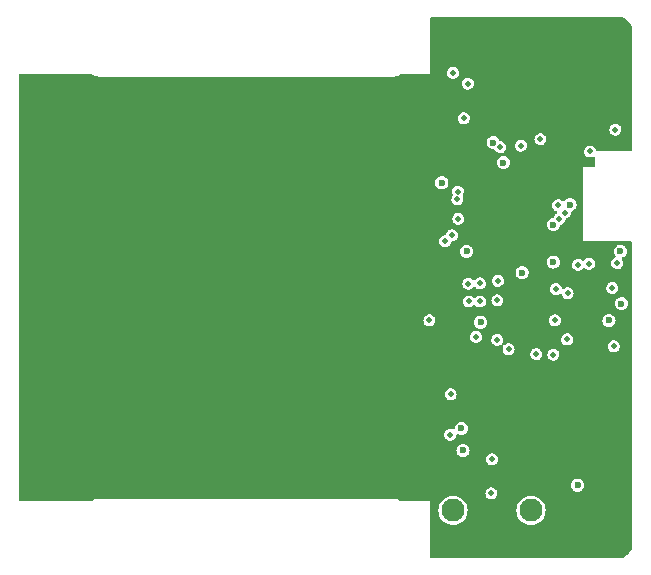
<source format=gbr>
%TF.GenerationSoftware,KiCad,Pcbnew,(6.0.0)*%
%TF.CreationDate,2022-02-22T11:37:22+00:00*%
%TF.ProjectId,Tracer,54726163-6572-42e6-9b69-6361645f7063,A*%
%TF.SameCoordinates,Original*%
%TF.FileFunction,Copper,L3,Inr*%
%TF.FilePolarity,Positive*%
%FSLAX46Y46*%
G04 Gerber Fmt 4.6, Leading zero omitted, Abs format (unit mm)*
G04 Created by KiCad (PCBNEW (6.0.0)) date 2022-02-22 11:37:22*
%MOMM*%
%LPD*%
G01*
G04 APERTURE LIST*
%TA.AperFunction,ComponentPad*%
%ADD10C,1.950000*%
%TD*%
%TA.AperFunction,ViaPad*%
%ADD11C,0.500000*%
%TD*%
%TA.AperFunction,ViaPad*%
%ADD12C,0.600000*%
%TD*%
G04 APERTURE END LIST*
D10*
%TO.N,unconnected-(J1-PadMH1)*%
%TO.C,J1*%
X165000000Y-115137500D03*
%TO.N,unconnected-(J1-PadMH2)*%
X171600000Y-115137500D03*
%TD*%
D11*
%TO.N,+BATT*%
X163000000Y-99050000D03*
X172050000Y-101900000D03*
X178750000Y-82900000D03*
%TO.N,GND*%
X171300000Y-100900000D03*
X165000000Y-102750000D03*
X177300000Y-99150000D03*
X170450000Y-80550000D03*
X170500000Y-110100000D03*
X168000000Y-104250000D03*
X165300000Y-106700000D03*
X168000000Y-103500000D03*
X168000000Y-102750000D03*
X174700000Y-98550000D03*
X167250000Y-103500000D03*
X179200000Y-99100000D03*
X169500000Y-89750000D03*
X171800000Y-95000000D03*
X163500000Y-78150000D03*
X135100000Y-96350000D03*
X174700000Y-81750000D03*
X171550000Y-97950000D03*
X164400000Y-86400000D03*
X174900000Y-85800000D03*
X168750000Y-103500000D03*
X179350000Y-103350000D03*
X174000000Y-103200000D03*
D12*
%TO.N,+3V3*%
X170850000Y-95000000D03*
X166150000Y-93200000D03*
X178194246Y-99053969D03*
X169250000Y-85700000D03*
X179250000Y-97640500D03*
X173500000Y-94100000D03*
X174900000Y-89250000D03*
X167324500Y-99200000D03*
X179157960Y-93193909D03*
X175550000Y-113000000D03*
X173500000Y-90950000D03*
D11*
%TO.N,RST*%
X173900000Y-89300000D03*
X172400000Y-83700000D03*
%TO.N,VBUS*%
X173629362Y-99041027D03*
X173500000Y-101950000D03*
X173700000Y-96400000D03*
D12*
%TO.N,VDDSDIO*%
X168400000Y-84000000D03*
X164050000Y-87400000D03*
D11*
%TO.N,Net-(D4-Pad1)*%
X178600000Y-101250000D03*
X174660523Y-100660523D03*
%TO.N,GPIO10*%
X165904439Y-81950000D03*
X165364637Y-88785363D03*
%TO.N,GPIO17*%
X165400731Y-88136864D03*
X166250000Y-79000000D03*
%TO.N,GPIO7*%
X165000000Y-78100000D03*
X165450000Y-90450000D03*
%TO.N,GPIO36*%
X178483736Y-96303248D03*
X174000000Y-90450000D03*
%TO.N,GPIO37*%
X175600000Y-94350000D03*
X174474511Y-89924511D03*
%TO.N,GPIO18*%
X164900000Y-91850000D03*
X176500000Y-94250000D03*
%TO.N,GPIO23*%
X178900000Y-94200000D03*
X164325500Y-92335444D03*
X174700000Y-96750500D03*
%TO.N,D+*%
X168300000Y-110800000D03*
%TO.N,D-*%
X164758236Y-108741764D03*
X168250000Y-113700000D03*
X164800000Y-105300000D03*
%TO.N,RTS*%
X176600000Y-84750000D03*
X170750000Y-84250000D03*
X167274500Y-95900000D03*
X169700000Y-101500000D03*
X167274500Y-97450000D03*
%TO.N,TXD*%
X168750000Y-97350000D03*
X168800000Y-95700000D03*
X168750000Y-100700000D03*
%TO.N,DTR*%
X168990170Y-84375500D03*
X166300000Y-95950000D03*
X166325500Y-97450000D03*
X166949119Y-100450881D03*
D12*
%TO.N,Net-(D1-Pad2)*%
X165700000Y-108200000D03*
X165850000Y-110050000D03*
%TD*%
%TA.AperFunction,Conductor*%
%TO.N,GND*%
G36*
X179390818Y-73369411D02*
G01*
X179470929Y-73413153D01*
X179486053Y-73422872D01*
X179700062Y-73583070D01*
X179713648Y-73594842D01*
X179902679Y-73783862D01*
X179914452Y-73797448D01*
X180074660Y-74011447D01*
X180084379Y-74026569D01*
X180130585Y-74111181D01*
X180146000Y-74171571D01*
X180146000Y-84574000D01*
X180125998Y-84642121D01*
X180072342Y-84688614D01*
X180020000Y-84700000D01*
X177209517Y-84700000D01*
X177141396Y-84679998D01*
X177094903Y-84626342D01*
X177090150Y-84613577D01*
X177089201Y-84606948D01*
X177029388Y-84475395D01*
X177023530Y-84468596D01*
X177023527Y-84468592D01*
X176940916Y-84372718D01*
X176940913Y-84372716D01*
X176935056Y-84365918D01*
X176813790Y-84287317D01*
X176788127Y-84279642D01*
X176683938Y-84248482D01*
X176683936Y-84248482D01*
X176675337Y-84245910D01*
X176666363Y-84245855D01*
X176666361Y-84245855D01*
X176603082Y-84245469D01*
X176530827Y-84245028D01*
X176522196Y-84247495D01*
X176522194Y-84247495D01*
X176400509Y-84282272D01*
X176400505Y-84282274D01*
X176391879Y-84284739D01*
X176269661Y-84361853D01*
X176263718Y-84368582D01*
X176263717Y-84368583D01*
X176224452Y-84413043D01*
X176173999Y-84470170D01*
X176170185Y-84478293D01*
X176170184Y-84478295D01*
X176141898Y-84538543D01*
X176112583Y-84600982D01*
X176111203Y-84609846D01*
X176111202Y-84609849D01*
X176095603Y-84710037D01*
X176090350Y-84743773D01*
X176091514Y-84752675D01*
X176091514Y-84752678D01*
X176107635Y-84875955D01*
X176109088Y-84887065D01*
X176167289Y-85019339D01*
X176260276Y-85129960D01*
X176267747Y-85134933D01*
X176267748Y-85134934D01*
X176373101Y-85205063D01*
X176373103Y-85205064D01*
X176380574Y-85210037D01*
X176389138Y-85212713D01*
X176389141Y-85212714D01*
X176449542Y-85231584D01*
X176518510Y-85253132D01*
X176662998Y-85255780D01*
X176682530Y-85250455D01*
X176793763Y-85220130D01*
X176793765Y-85220129D01*
X176802422Y-85217769D01*
X176858071Y-85183600D01*
X176926588Y-85165002D01*
X176994284Y-85186399D01*
X177039665Y-85240998D01*
X177050000Y-85290975D01*
X177050000Y-85974000D01*
X177029998Y-86042121D01*
X176976342Y-86088614D01*
X176924000Y-86100000D01*
X176000000Y-86100000D01*
X176000000Y-92300000D01*
X180020000Y-92300000D01*
X180088121Y-92320002D01*
X180134614Y-92373658D01*
X180146000Y-92426000D01*
X180146000Y-118332633D01*
X180130590Y-118393014D01*
X180086746Y-118473316D01*
X180077026Y-118488441D01*
X179916823Y-118702460D01*
X179905051Y-118716047D01*
X179716015Y-118905093D01*
X179702428Y-118916866D01*
X179488407Y-119077088D01*
X179473283Y-119086808D01*
X179393113Y-119130586D01*
X179332726Y-119146000D01*
X163176000Y-119146000D01*
X163107879Y-119125998D01*
X163061386Y-119072342D01*
X163050000Y-119020000D01*
X163050000Y-115137500D01*
X163765804Y-115137500D01*
X163784554Y-115351816D01*
X163840235Y-115559620D01*
X163842557Y-115564601D01*
X163842558Y-115564602D01*
X163928829Y-115749611D01*
X163928832Y-115749616D01*
X163931155Y-115754598D01*
X164054551Y-115930826D01*
X164206674Y-116082949D01*
X164211182Y-116086106D01*
X164211185Y-116086108D01*
X164378393Y-116203188D01*
X164382902Y-116206345D01*
X164387884Y-116208668D01*
X164387889Y-116208671D01*
X164572898Y-116294942D01*
X164577880Y-116297265D01*
X164583188Y-116298687D01*
X164583190Y-116298688D01*
X164647932Y-116316035D01*
X164785684Y-116352946D01*
X165000000Y-116371696D01*
X165214316Y-116352946D01*
X165352068Y-116316035D01*
X165416810Y-116298688D01*
X165416812Y-116298687D01*
X165422120Y-116297265D01*
X165427102Y-116294942D01*
X165612111Y-116208671D01*
X165612116Y-116208668D01*
X165617098Y-116206345D01*
X165621607Y-116203188D01*
X165788815Y-116086108D01*
X165788818Y-116086106D01*
X165793326Y-116082949D01*
X165945449Y-115930826D01*
X166068845Y-115754598D01*
X166071168Y-115749616D01*
X166071171Y-115749611D01*
X166157442Y-115564602D01*
X166157443Y-115564601D01*
X166159765Y-115559620D01*
X166215446Y-115351816D01*
X166234196Y-115137500D01*
X170365804Y-115137500D01*
X170384554Y-115351816D01*
X170440235Y-115559620D01*
X170442557Y-115564601D01*
X170442558Y-115564602D01*
X170528829Y-115749611D01*
X170528832Y-115749616D01*
X170531155Y-115754598D01*
X170654551Y-115930826D01*
X170806674Y-116082949D01*
X170811182Y-116086106D01*
X170811185Y-116086108D01*
X170978393Y-116203188D01*
X170982902Y-116206345D01*
X170987884Y-116208668D01*
X170987889Y-116208671D01*
X171172898Y-116294942D01*
X171177880Y-116297265D01*
X171183188Y-116298687D01*
X171183190Y-116298688D01*
X171247932Y-116316035D01*
X171385684Y-116352946D01*
X171600000Y-116371696D01*
X171814316Y-116352946D01*
X171952068Y-116316035D01*
X172016810Y-116298688D01*
X172016812Y-116298687D01*
X172022120Y-116297265D01*
X172027102Y-116294942D01*
X172212111Y-116208671D01*
X172212116Y-116208668D01*
X172217098Y-116206345D01*
X172221607Y-116203188D01*
X172388815Y-116086108D01*
X172388818Y-116086106D01*
X172393326Y-116082949D01*
X172545449Y-115930826D01*
X172668845Y-115754598D01*
X172671168Y-115749616D01*
X172671171Y-115749611D01*
X172757442Y-115564602D01*
X172757443Y-115564601D01*
X172759765Y-115559620D01*
X172815446Y-115351816D01*
X172834196Y-115137500D01*
X172815446Y-114923184D01*
X172759765Y-114715380D01*
X172757442Y-114710398D01*
X172671171Y-114525389D01*
X172671168Y-114525384D01*
X172668845Y-114520402D01*
X172562213Y-114368115D01*
X172548608Y-114348685D01*
X172548606Y-114348682D01*
X172545449Y-114344174D01*
X172393326Y-114192051D01*
X172388818Y-114188894D01*
X172388815Y-114188892D01*
X172221607Y-114071812D01*
X172221605Y-114071811D01*
X172217098Y-114068655D01*
X172212116Y-114066332D01*
X172212111Y-114066329D01*
X172027102Y-113980058D01*
X172027101Y-113980057D01*
X172022120Y-113977735D01*
X172016812Y-113976313D01*
X172016810Y-113976312D01*
X171952068Y-113958965D01*
X171814316Y-113922054D01*
X171600000Y-113903304D01*
X171385684Y-113922054D01*
X171247932Y-113958965D01*
X171183190Y-113976312D01*
X171183188Y-113976313D01*
X171177880Y-113977735D01*
X171172899Y-113980057D01*
X171172898Y-113980058D01*
X170987889Y-114066329D01*
X170987884Y-114066332D01*
X170982902Y-114068655D01*
X170978395Y-114071811D01*
X170978393Y-114071812D01*
X170811185Y-114188892D01*
X170811182Y-114188894D01*
X170806674Y-114192051D01*
X170654551Y-114344174D01*
X170651394Y-114348682D01*
X170651392Y-114348685D01*
X170637787Y-114368115D01*
X170531155Y-114520402D01*
X170528832Y-114525384D01*
X170528829Y-114525389D01*
X170442558Y-114710398D01*
X170440235Y-114715380D01*
X170384554Y-114923184D01*
X170365804Y-115137500D01*
X166234196Y-115137500D01*
X166215446Y-114923184D01*
X166159765Y-114715380D01*
X166157442Y-114710398D01*
X166071171Y-114525389D01*
X166071168Y-114525384D01*
X166068845Y-114520402D01*
X165962213Y-114368115D01*
X165948608Y-114348685D01*
X165948606Y-114348682D01*
X165945449Y-114344174D01*
X165793326Y-114192051D01*
X165788818Y-114188894D01*
X165788815Y-114188892D01*
X165621607Y-114071812D01*
X165621605Y-114071811D01*
X165617098Y-114068655D01*
X165612116Y-114066332D01*
X165612111Y-114066329D01*
X165427102Y-113980058D01*
X165427101Y-113980057D01*
X165422120Y-113977735D01*
X165416812Y-113976313D01*
X165416810Y-113976312D01*
X165352068Y-113958965D01*
X165214316Y-113922054D01*
X165000000Y-113903304D01*
X164785684Y-113922054D01*
X164647932Y-113958965D01*
X164583190Y-113976312D01*
X164583188Y-113976313D01*
X164577880Y-113977735D01*
X164572899Y-113980057D01*
X164572898Y-113980058D01*
X164387889Y-114066329D01*
X164387884Y-114066332D01*
X164382902Y-114068655D01*
X164378395Y-114071811D01*
X164378393Y-114071812D01*
X164211185Y-114188892D01*
X164211182Y-114188894D01*
X164206674Y-114192051D01*
X164054551Y-114344174D01*
X164051394Y-114348682D01*
X164051392Y-114348685D01*
X164037787Y-114368115D01*
X163931155Y-114520402D01*
X163928832Y-114525384D01*
X163928829Y-114525389D01*
X163842558Y-114710398D01*
X163840235Y-114715380D01*
X163784554Y-114923184D01*
X163765804Y-115137500D01*
X163050000Y-115137500D01*
X163050000Y-114350000D01*
X160514365Y-114350000D01*
X160446244Y-114329998D01*
X160430054Y-114317636D01*
X160400539Y-114291060D01*
X160400538Y-114291059D01*
X160395631Y-114286641D01*
X160258369Y-114207393D01*
X160246136Y-114203418D01*
X160201429Y-114188892D01*
X160107629Y-114158414D01*
X159958773Y-114142769D01*
X159950000Y-114141024D01*
X159937153Y-114143579D01*
X159912575Y-114146000D01*
X134987425Y-114146000D01*
X134962847Y-114143579D01*
X134950000Y-114141024D01*
X134941227Y-114142769D01*
X134792371Y-114158414D01*
X134698571Y-114188892D01*
X134653865Y-114203418D01*
X134641631Y-114207393D01*
X134504369Y-114286641D01*
X134499462Y-114291059D01*
X134499461Y-114291060D01*
X134469946Y-114317636D01*
X134405939Y-114348353D01*
X134385635Y-114350000D01*
X128380000Y-114350000D01*
X128311879Y-114329998D01*
X128265386Y-114276342D01*
X128254000Y-114224000D01*
X128254000Y-113693773D01*
X167740350Y-113693773D01*
X167741514Y-113702675D01*
X167741514Y-113702678D01*
X167757924Y-113828164D01*
X167759088Y-113837065D01*
X167817289Y-113969339D01*
X167910276Y-114079960D01*
X167917747Y-114084933D01*
X167917748Y-114084934D01*
X168023101Y-114155063D01*
X168023103Y-114155064D01*
X168030574Y-114160037D01*
X168039138Y-114162713D01*
X168039141Y-114162714D01*
X168099542Y-114181584D01*
X168168510Y-114203132D01*
X168312998Y-114205780D01*
X168363356Y-114192051D01*
X168443763Y-114170130D01*
X168443765Y-114170129D01*
X168452422Y-114167769D01*
X168575572Y-114092154D01*
X168672551Y-113985014D01*
X168735560Y-113854962D01*
X168759536Y-113712453D01*
X168759688Y-113700000D01*
X168739201Y-113556948D01*
X168679388Y-113425395D01*
X168673530Y-113418596D01*
X168673527Y-113418592D01*
X168590916Y-113322718D01*
X168590913Y-113322716D01*
X168585056Y-113315918D01*
X168463790Y-113237317D01*
X168446921Y-113232272D01*
X168333938Y-113198482D01*
X168333936Y-113198482D01*
X168325337Y-113195910D01*
X168316363Y-113195855D01*
X168316361Y-113195855D01*
X168253082Y-113195469D01*
X168180827Y-113195028D01*
X168172196Y-113197495D01*
X168172194Y-113197495D01*
X168050509Y-113232272D01*
X168050505Y-113232274D01*
X168041879Y-113234739D01*
X168034292Y-113239526D01*
X168034290Y-113239527D01*
X167927254Y-113307062D01*
X167919661Y-113311853D01*
X167823999Y-113420170D01*
X167762583Y-113550982D01*
X167740350Y-113693773D01*
X128254000Y-113693773D01*
X128254000Y-113000000D01*
X174990715Y-113000000D01*
X175009772Y-113144754D01*
X175012931Y-113152380D01*
X175049029Y-113239527D01*
X175065645Y-113279642D01*
X175154526Y-113395474D01*
X175161076Y-113400500D01*
X175161079Y-113400503D01*
X175263804Y-113479327D01*
X175270357Y-113484355D01*
X175405246Y-113540228D01*
X175413434Y-113541306D01*
X175470183Y-113548777D01*
X175550000Y-113559285D01*
X175558188Y-113558207D01*
X175686566Y-113541306D01*
X175694754Y-113540228D01*
X175829643Y-113484355D01*
X175836196Y-113479327D01*
X175938921Y-113400503D01*
X175938924Y-113400500D01*
X175945474Y-113395474D01*
X176034355Y-113279642D01*
X176050972Y-113239527D01*
X176087069Y-113152380D01*
X176090228Y-113144754D01*
X176109285Y-113000000D01*
X176090228Y-112855246D01*
X176034355Y-112720358D01*
X175945474Y-112604526D01*
X175938924Y-112599500D01*
X175938921Y-112599497D01*
X175836196Y-112520673D01*
X175836194Y-112520672D01*
X175829643Y-112515645D01*
X175694754Y-112459772D01*
X175550000Y-112440715D01*
X175541812Y-112441793D01*
X175413432Y-112458694D01*
X175413430Y-112458695D01*
X175405246Y-112459772D01*
X175357430Y-112479578D01*
X175277986Y-112512485D01*
X175277984Y-112512486D01*
X175270358Y-112515645D01*
X175154526Y-112604526D01*
X175065645Y-112720358D01*
X175009772Y-112855246D01*
X174990715Y-113000000D01*
X128254000Y-113000000D01*
X128254000Y-110793773D01*
X167790350Y-110793773D01*
X167791514Y-110802675D01*
X167791514Y-110802678D01*
X167807924Y-110928164D01*
X167809088Y-110937065D01*
X167867289Y-111069339D01*
X167960276Y-111179960D01*
X167967747Y-111184933D01*
X167967748Y-111184934D01*
X168073101Y-111255063D01*
X168073103Y-111255064D01*
X168080574Y-111260037D01*
X168089138Y-111262713D01*
X168089141Y-111262714D01*
X168149542Y-111281585D01*
X168218510Y-111303132D01*
X168362998Y-111305780D01*
X168382530Y-111300455D01*
X168493763Y-111270130D01*
X168493765Y-111270129D01*
X168502422Y-111267769D01*
X168625572Y-111192154D01*
X168722551Y-111085014D01*
X168785560Y-110954962D01*
X168809536Y-110812453D01*
X168809688Y-110800000D01*
X168789201Y-110656948D01*
X168729388Y-110525395D01*
X168723530Y-110518596D01*
X168723527Y-110518592D01*
X168640916Y-110422718D01*
X168640913Y-110422716D01*
X168635056Y-110415918D01*
X168513790Y-110337317D01*
X168488127Y-110329642D01*
X168383938Y-110298482D01*
X168383936Y-110298482D01*
X168375337Y-110295910D01*
X168366363Y-110295855D01*
X168366361Y-110295855D01*
X168303082Y-110295469D01*
X168230827Y-110295028D01*
X168222196Y-110297495D01*
X168222194Y-110297495D01*
X168100509Y-110332272D01*
X168100505Y-110332274D01*
X168091879Y-110334739D01*
X167969661Y-110411853D01*
X167963718Y-110418582D01*
X167963717Y-110418583D01*
X167892914Y-110498752D01*
X167873999Y-110520170D01*
X167870185Y-110528293D01*
X167870184Y-110528295D01*
X167841107Y-110590228D01*
X167812583Y-110650982D01*
X167790350Y-110793773D01*
X128254000Y-110793773D01*
X128254000Y-110050000D01*
X165290715Y-110050000D01*
X165309772Y-110194754D01*
X165312931Y-110202380D01*
X165351673Y-110295910D01*
X165365645Y-110329642D01*
X165454526Y-110445474D01*
X165461076Y-110450500D01*
X165461079Y-110450503D01*
X165563804Y-110529327D01*
X165570357Y-110534355D01*
X165705246Y-110590228D01*
X165850000Y-110609285D01*
X165858188Y-110608207D01*
X165986566Y-110591306D01*
X165994754Y-110590228D01*
X166129643Y-110534355D01*
X166136196Y-110529327D01*
X166238921Y-110450503D01*
X166238924Y-110450500D01*
X166245474Y-110445474D01*
X166334355Y-110329642D01*
X166348328Y-110295910D01*
X166387069Y-110202380D01*
X166390228Y-110194754D01*
X166409285Y-110050000D01*
X166390228Y-109905246D01*
X166334355Y-109770358D01*
X166245474Y-109654526D01*
X166238924Y-109649500D01*
X166238921Y-109649497D01*
X166136196Y-109570673D01*
X166136194Y-109570672D01*
X166129643Y-109565645D01*
X165994754Y-109509772D01*
X165850000Y-109490715D01*
X165841812Y-109491793D01*
X165713432Y-109508694D01*
X165713430Y-109508695D01*
X165705246Y-109509772D01*
X165657430Y-109529578D01*
X165577986Y-109562485D01*
X165577984Y-109562486D01*
X165570358Y-109565645D01*
X165454526Y-109654526D01*
X165365645Y-109770358D01*
X165309772Y-109905246D01*
X165290715Y-110050000D01*
X128254000Y-110050000D01*
X128254000Y-108735537D01*
X164248586Y-108735537D01*
X164249750Y-108744439D01*
X164249750Y-108744442D01*
X164266160Y-108869928D01*
X164267324Y-108878829D01*
X164325525Y-109011103D01*
X164418512Y-109121724D01*
X164425983Y-109126697D01*
X164425984Y-109126698D01*
X164531337Y-109196827D01*
X164531339Y-109196828D01*
X164538810Y-109201801D01*
X164547374Y-109204477D01*
X164547377Y-109204478D01*
X164607778Y-109223349D01*
X164676746Y-109244896D01*
X164821234Y-109247544D01*
X164840766Y-109242219D01*
X164951999Y-109211894D01*
X164952001Y-109211893D01*
X164960658Y-109209533D01*
X165083808Y-109133918D01*
X165180787Y-109026778D01*
X165243796Y-108896726D01*
X165245285Y-108887877D01*
X165245286Y-108887873D01*
X165262443Y-108785890D01*
X165293470Y-108722032D01*
X165354095Y-108685085D01*
X165425072Y-108686780D01*
X165434912Y-108690384D01*
X165555246Y-108740228D01*
X165700000Y-108759285D01*
X165708188Y-108758207D01*
X165836566Y-108741306D01*
X165844754Y-108740228D01*
X165979643Y-108684355D01*
X166087474Y-108601613D01*
X166088921Y-108600503D01*
X166088924Y-108600500D01*
X166095474Y-108595474D01*
X166184355Y-108479642D01*
X166188325Y-108470059D01*
X166237069Y-108352380D01*
X166240228Y-108344754D01*
X166248278Y-108283612D01*
X166258207Y-108208188D01*
X166259285Y-108200000D01*
X166240228Y-108055246D01*
X166184355Y-107920358D01*
X166095474Y-107804526D01*
X166088924Y-107799500D01*
X166088921Y-107799497D01*
X165986196Y-107720673D01*
X165986194Y-107720672D01*
X165979643Y-107715645D01*
X165844754Y-107659772D01*
X165700000Y-107640715D01*
X165691812Y-107641793D01*
X165563432Y-107658694D01*
X165563430Y-107658695D01*
X165555246Y-107659772D01*
X165507430Y-107679578D01*
X165427986Y-107712485D01*
X165427984Y-107712486D01*
X165420358Y-107715645D01*
X165304526Y-107804526D01*
X165215645Y-107920358D01*
X165159772Y-108055246D01*
X165158695Y-108063430D01*
X165158694Y-108063432D01*
X165143402Y-108179593D01*
X165114680Y-108244520D01*
X165055415Y-108283612D01*
X164984423Y-108284457D01*
X164974905Y-108280947D01*
X164972026Y-108279081D01*
X164933421Y-108267535D01*
X164842174Y-108240246D01*
X164842172Y-108240246D01*
X164833573Y-108237674D01*
X164824599Y-108237619D01*
X164824597Y-108237619D01*
X164761318Y-108237233D01*
X164689063Y-108236792D01*
X164680432Y-108239259D01*
X164680430Y-108239259D01*
X164558745Y-108274036D01*
X164558741Y-108274038D01*
X164550115Y-108276503D01*
X164542528Y-108281290D01*
X164542526Y-108281291D01*
X164454918Y-108336568D01*
X164427897Y-108353617D01*
X164332235Y-108461934D01*
X164270819Y-108592746D01*
X164269439Y-108601610D01*
X164269438Y-108601613D01*
X164250689Y-108722032D01*
X164248586Y-108735537D01*
X128254000Y-108735537D01*
X128254000Y-105293773D01*
X164290350Y-105293773D01*
X164291514Y-105302675D01*
X164291514Y-105302678D01*
X164307924Y-105428164D01*
X164309088Y-105437065D01*
X164367289Y-105569339D01*
X164460276Y-105679960D01*
X164467747Y-105684933D01*
X164467748Y-105684934D01*
X164573101Y-105755063D01*
X164573103Y-105755064D01*
X164580574Y-105760037D01*
X164589138Y-105762713D01*
X164589141Y-105762714D01*
X164649542Y-105781584D01*
X164718510Y-105803132D01*
X164862998Y-105805780D01*
X164882530Y-105800455D01*
X164993763Y-105770130D01*
X164993765Y-105770129D01*
X165002422Y-105767769D01*
X165125572Y-105692154D01*
X165222551Y-105585014D01*
X165285560Y-105454962D01*
X165309536Y-105312453D01*
X165309688Y-105300000D01*
X165289201Y-105156948D01*
X165229388Y-105025395D01*
X165223530Y-105018596D01*
X165223527Y-105018592D01*
X165140916Y-104922718D01*
X165140913Y-104922716D01*
X165135056Y-104915918D01*
X165013790Y-104837317D01*
X164996921Y-104832272D01*
X164883938Y-104798482D01*
X164883936Y-104798482D01*
X164875337Y-104795910D01*
X164866363Y-104795855D01*
X164866361Y-104795855D01*
X164803082Y-104795469D01*
X164730827Y-104795028D01*
X164722196Y-104797495D01*
X164722194Y-104797495D01*
X164600509Y-104832272D01*
X164600505Y-104832274D01*
X164591879Y-104834739D01*
X164469661Y-104911853D01*
X164373999Y-105020170D01*
X164312583Y-105150982D01*
X164290350Y-105293773D01*
X128254000Y-105293773D01*
X128254000Y-100444654D01*
X166439469Y-100444654D01*
X166440633Y-100453556D01*
X166440633Y-100453559D01*
X166448211Y-100511505D01*
X166458207Y-100587946D01*
X166516408Y-100720220D01*
X166609395Y-100830841D01*
X166616866Y-100835814D01*
X166616867Y-100835815D01*
X166722220Y-100905944D01*
X166722222Y-100905945D01*
X166729693Y-100910918D01*
X166738257Y-100913594D01*
X166738260Y-100913595D01*
X166790328Y-100929862D01*
X166867629Y-100954013D01*
X167012117Y-100956661D01*
X167082561Y-100937456D01*
X167142882Y-100921011D01*
X167142884Y-100921010D01*
X167151541Y-100918650D01*
X167274691Y-100843035D01*
X167371670Y-100735895D01*
X167392078Y-100693773D01*
X168240350Y-100693773D01*
X168241514Y-100702675D01*
X168241514Y-100702678D01*
X168253221Y-100792200D01*
X168259088Y-100837065D01*
X168317289Y-100969339D01*
X168323063Y-100976208D01*
X168402232Y-101070390D01*
X168410276Y-101079960D01*
X168417747Y-101084933D01*
X168417748Y-101084934D01*
X168523101Y-101155063D01*
X168523103Y-101155064D01*
X168530574Y-101160037D01*
X168539138Y-101162713D01*
X168539141Y-101162714D01*
X168599542Y-101181584D01*
X168668510Y-101203132D01*
X168812998Y-101205780D01*
X168832530Y-101200455D01*
X168943763Y-101170130D01*
X168943765Y-101170129D01*
X168952422Y-101167769D01*
X169075572Y-101092154D01*
X169076638Y-101093891D01*
X169131100Y-101070390D01*
X169201146Y-101081969D01*
X169253812Y-101129580D01*
X169272377Y-101198106D01*
X169260460Y-101249005D01*
X169251896Y-101267247D01*
X169212583Y-101350982D01*
X169211203Y-101359846D01*
X169211202Y-101359849D01*
X169191756Y-101484745D01*
X169190350Y-101493773D01*
X169191514Y-101502675D01*
X169191514Y-101502678D01*
X169207562Y-101625395D01*
X169209088Y-101637065D01*
X169267289Y-101769339D01*
X169360276Y-101879960D01*
X169367747Y-101884933D01*
X169367748Y-101884934D01*
X169473101Y-101955063D01*
X169473103Y-101955064D01*
X169480574Y-101960037D01*
X169489138Y-101962713D01*
X169489141Y-101962714D01*
X169549542Y-101981584D01*
X169618510Y-102003132D01*
X169762998Y-102005780D01*
X169782530Y-102000455D01*
X169893763Y-101970130D01*
X169893765Y-101970129D01*
X169902422Y-101967769D01*
X170022935Y-101893773D01*
X171540350Y-101893773D01*
X171541514Y-101902675D01*
X171541514Y-101902678D01*
X171554651Y-102003132D01*
X171559088Y-102037065D01*
X171617289Y-102169339D01*
X171623063Y-102176208D01*
X171665093Y-102226208D01*
X171710276Y-102279960D01*
X171717747Y-102284933D01*
X171717748Y-102284934D01*
X171823101Y-102355063D01*
X171823103Y-102355064D01*
X171830574Y-102360037D01*
X171839138Y-102362713D01*
X171839141Y-102362714D01*
X171899542Y-102381584D01*
X171968510Y-102403132D01*
X172112998Y-102405780D01*
X172132530Y-102400455D01*
X172243763Y-102370130D01*
X172243765Y-102370129D01*
X172252422Y-102367769D01*
X172375572Y-102292154D01*
X172472551Y-102185014D01*
X172507420Y-102113043D01*
X172531645Y-102063043D01*
X172531645Y-102063042D01*
X172535560Y-102054962D01*
X172554267Y-101943773D01*
X172990350Y-101943773D01*
X172991514Y-101952675D01*
X172991514Y-101952678D01*
X173003624Y-102045280D01*
X173009088Y-102087065D01*
X173067289Y-102219339D01*
X173073063Y-102226208D01*
X173122428Y-102284934D01*
X173160276Y-102329960D01*
X173167747Y-102334933D01*
X173167748Y-102334934D01*
X173273101Y-102405063D01*
X173273103Y-102405064D01*
X173280574Y-102410037D01*
X173289138Y-102412713D01*
X173289141Y-102412714D01*
X173349542Y-102431584D01*
X173418510Y-102453132D01*
X173562998Y-102455780D01*
X173582530Y-102450455D01*
X173693763Y-102420130D01*
X173693765Y-102420129D01*
X173702422Y-102417769D01*
X173825572Y-102342154D01*
X173922551Y-102235014D01*
X173985560Y-102104962D01*
X174009536Y-101962453D01*
X174009688Y-101950000D01*
X173989201Y-101806948D01*
X173929388Y-101675395D01*
X173923530Y-101668596D01*
X173923527Y-101668592D01*
X173840916Y-101572718D01*
X173840913Y-101572716D01*
X173835056Y-101565918D01*
X173744253Y-101507062D01*
X173721324Y-101492200D01*
X173721322Y-101492199D01*
X173713790Y-101487317D01*
X173696921Y-101482272D01*
X173583938Y-101448482D01*
X173583936Y-101448482D01*
X173575337Y-101445910D01*
X173566363Y-101445855D01*
X173566361Y-101445855D01*
X173503082Y-101445469D01*
X173430827Y-101445028D01*
X173422196Y-101447495D01*
X173422194Y-101447495D01*
X173300509Y-101482272D01*
X173300505Y-101482274D01*
X173291879Y-101484739D01*
X173284292Y-101489526D01*
X173284290Y-101489527D01*
X173212198Y-101535014D01*
X173169661Y-101561853D01*
X173163718Y-101568582D01*
X173163717Y-101568583D01*
X173113543Y-101625395D01*
X173073999Y-101670170D01*
X173070185Y-101678293D01*
X173070184Y-101678295D01*
X173054025Y-101712714D01*
X173012583Y-101800982D01*
X173011203Y-101809846D01*
X173011202Y-101809849D01*
X172995227Y-101912453D01*
X172990350Y-101943773D01*
X172554267Y-101943773D01*
X172559536Y-101912453D01*
X172559688Y-101900000D01*
X172545507Y-101800982D01*
X172540474Y-101765835D01*
X172540473Y-101765833D01*
X172539201Y-101756948D01*
X172479388Y-101625395D01*
X172473530Y-101618596D01*
X172473527Y-101618592D01*
X172390916Y-101522718D01*
X172390913Y-101522716D01*
X172385056Y-101515918D01*
X172324423Y-101476618D01*
X172271324Y-101442200D01*
X172271322Y-101442199D01*
X172263790Y-101437317D01*
X172182625Y-101413043D01*
X172133938Y-101398482D01*
X172133936Y-101398482D01*
X172125337Y-101395910D01*
X172116363Y-101395855D01*
X172116361Y-101395855D01*
X172053082Y-101395469D01*
X171980827Y-101395028D01*
X171972196Y-101397495D01*
X171972194Y-101397495D01*
X171850509Y-101432272D01*
X171850505Y-101432274D01*
X171841879Y-101434739D01*
X171834292Y-101439526D01*
X171834290Y-101439527D01*
X171738447Y-101500000D01*
X171719661Y-101511853D01*
X171713718Y-101518582D01*
X171713717Y-101518583D01*
X171669559Y-101568583D01*
X171623999Y-101620170D01*
X171620185Y-101628293D01*
X171620184Y-101628295D01*
X171612210Y-101645280D01*
X171562583Y-101750982D01*
X171561203Y-101759846D01*
X171561202Y-101759849D01*
X171542501Y-101879960D01*
X171540350Y-101893773D01*
X170022935Y-101893773D01*
X170025572Y-101892154D01*
X170122551Y-101785014D01*
X170171700Y-101683569D01*
X170181645Y-101663043D01*
X170181645Y-101663042D01*
X170185560Y-101654962D01*
X170209536Y-101512453D01*
X170209688Y-101500000D01*
X170194691Y-101395280D01*
X170190474Y-101365835D01*
X170190473Y-101365833D01*
X170189201Y-101356948D01*
X170137744Y-101243773D01*
X178090350Y-101243773D01*
X178091514Y-101252675D01*
X178091514Y-101252678D01*
X178105150Y-101356948D01*
X178109088Y-101387065D01*
X178167289Y-101519339D01*
X178173063Y-101526208D01*
X178252047Y-101620170D01*
X178260276Y-101629960D01*
X178267747Y-101634933D01*
X178267748Y-101634934D01*
X178373101Y-101705063D01*
X178373103Y-101705064D01*
X178380574Y-101710037D01*
X178389138Y-101712713D01*
X178389141Y-101712714D01*
X178449542Y-101731584D01*
X178518510Y-101753132D01*
X178662998Y-101755780D01*
X178688685Y-101748777D01*
X178793763Y-101720130D01*
X178793765Y-101720129D01*
X178802422Y-101717769D01*
X178925572Y-101642154D01*
X179022551Y-101535014D01*
X179069884Y-101437317D01*
X179081645Y-101413043D01*
X179081645Y-101413042D01*
X179085560Y-101404962D01*
X179109536Y-101262453D01*
X179109688Y-101250000D01*
X179097239Y-101163073D01*
X179090474Y-101115835D01*
X179090473Y-101115833D01*
X179089201Y-101106948D01*
X179029388Y-100975395D01*
X179023530Y-100968596D01*
X179023527Y-100968592D01*
X178940916Y-100872718D01*
X178940913Y-100872716D01*
X178935056Y-100865918D01*
X178843591Y-100806633D01*
X178821324Y-100792200D01*
X178821322Y-100792199D01*
X178813790Y-100787317D01*
X178796921Y-100782272D01*
X178683938Y-100748482D01*
X178683936Y-100748482D01*
X178675337Y-100745910D01*
X178666363Y-100745855D01*
X178666361Y-100745855D01*
X178603082Y-100745469D01*
X178530827Y-100745028D01*
X178522196Y-100747495D01*
X178522194Y-100747495D01*
X178400509Y-100782272D01*
X178400505Y-100782274D01*
X178391879Y-100784739D01*
X178384292Y-100789526D01*
X178384290Y-100789527D01*
X178277254Y-100857062D01*
X178269661Y-100861853D01*
X178173999Y-100970170D01*
X178170185Y-100978293D01*
X178170184Y-100978295D01*
X178144842Y-101032272D01*
X178112583Y-101100982D01*
X178111203Y-101109846D01*
X178111202Y-101109849D01*
X178091939Y-101233569D01*
X178090350Y-101243773D01*
X170137744Y-101243773D01*
X170129388Y-101225395D01*
X170123530Y-101218596D01*
X170123527Y-101218592D01*
X170040916Y-101122718D01*
X170040913Y-101122716D01*
X170035056Y-101115918D01*
X169964815Y-101070390D01*
X169921324Y-101042200D01*
X169921322Y-101042199D01*
X169913790Y-101037317D01*
X169896921Y-101032272D01*
X169783938Y-100998482D01*
X169783936Y-100998482D01*
X169775337Y-100995910D01*
X169766363Y-100995855D01*
X169766361Y-100995855D01*
X169703082Y-100995469D01*
X169630827Y-100995028D01*
X169622196Y-100997495D01*
X169622194Y-100997495D01*
X169500509Y-101032272D01*
X169500505Y-101032274D01*
X169491879Y-101034739D01*
X169484288Y-101039528D01*
X169484287Y-101039529D01*
X169370108Y-101111570D01*
X169301823Y-101131004D01*
X169233872Y-101110435D01*
X169187827Y-101056394D01*
X169178309Y-100986038D01*
X169189481Y-100950070D01*
X169231645Y-100863043D01*
X169231645Y-100863042D01*
X169235560Y-100854962D01*
X169259536Y-100712453D01*
X169259688Y-100700000D01*
X169253143Y-100654296D01*
X174150873Y-100654296D01*
X174152037Y-100663198D01*
X174152037Y-100663201D01*
X174168268Y-100787317D01*
X174169611Y-100797588D01*
X174227812Y-100929862D01*
X174233586Y-100936731D01*
X174261695Y-100970170D01*
X174320799Y-101040483D01*
X174328270Y-101045456D01*
X174328271Y-101045457D01*
X174433624Y-101115586D01*
X174433626Y-101115587D01*
X174441097Y-101120560D01*
X174449661Y-101123236D01*
X174449664Y-101123237D01*
X174510065Y-101142108D01*
X174579033Y-101163655D01*
X174723521Y-101166303D01*
X174735369Y-101163073D01*
X174854286Y-101130653D01*
X174854288Y-101130652D01*
X174862945Y-101128292D01*
X174986095Y-101052677D01*
X175083074Y-100945537D01*
X175123618Y-100861853D01*
X175142168Y-100823566D01*
X175142168Y-100823565D01*
X175146083Y-100815485D01*
X175170059Y-100672976D01*
X175170211Y-100660523D01*
X175154523Y-100550982D01*
X175150997Y-100526358D01*
X175150996Y-100526356D01*
X175149724Y-100517471D01*
X175089911Y-100385918D01*
X175084053Y-100379119D01*
X175084050Y-100379115D01*
X175001439Y-100283241D01*
X175001436Y-100283239D01*
X174995579Y-100276441D01*
X174874313Y-100197840D01*
X174865094Y-100195083D01*
X174744461Y-100159005D01*
X174744459Y-100159005D01*
X174735860Y-100156433D01*
X174726886Y-100156378D01*
X174726884Y-100156378D01*
X174663605Y-100155992D01*
X174591350Y-100155551D01*
X174582719Y-100158018D01*
X174582717Y-100158018D01*
X174461032Y-100192795D01*
X174461028Y-100192797D01*
X174452402Y-100195262D01*
X174444815Y-100200049D01*
X174444813Y-100200050D01*
X174389835Y-100234739D01*
X174330184Y-100272376D01*
X174324241Y-100279105D01*
X174324240Y-100279106D01*
X174253437Y-100359275D01*
X174234522Y-100380693D01*
X174230708Y-100388816D01*
X174230707Y-100388818D01*
X174213534Y-100425395D01*
X174173106Y-100511505D01*
X174171726Y-100520369D01*
X174171725Y-100520372D01*
X174159796Y-100596991D01*
X174150873Y-100654296D01*
X169253143Y-100654296D01*
X169247361Y-100613924D01*
X169240474Y-100565835D01*
X169240473Y-100565833D01*
X169239201Y-100556948D01*
X169179388Y-100425395D01*
X169173530Y-100418596D01*
X169173527Y-100418592D01*
X169090916Y-100322718D01*
X169090913Y-100322716D01*
X169085056Y-100315918D01*
X168963790Y-100237317D01*
X168946921Y-100232272D01*
X168833938Y-100198482D01*
X168833936Y-100198482D01*
X168825337Y-100195910D01*
X168816363Y-100195855D01*
X168816361Y-100195855D01*
X168753082Y-100195469D01*
X168680827Y-100195028D01*
X168672196Y-100197495D01*
X168672194Y-100197495D01*
X168550509Y-100232272D01*
X168550505Y-100232274D01*
X168541879Y-100234739D01*
X168534292Y-100239526D01*
X168534290Y-100239527D01*
X168465008Y-100283241D01*
X168419661Y-100311853D01*
X168323999Y-100420170D01*
X168320185Y-100428293D01*
X168320184Y-100428295D01*
X168301483Y-100468128D01*
X168262583Y-100550982D01*
X168261203Y-100559846D01*
X168261202Y-100559849D01*
X168242842Y-100677770D01*
X168240350Y-100693773D01*
X167392078Y-100693773D01*
X167434679Y-100605843D01*
X167458655Y-100463334D01*
X167458807Y-100450881D01*
X167447792Y-100373965D01*
X167439593Y-100316716D01*
X167439592Y-100316714D01*
X167438320Y-100307829D01*
X167378507Y-100176276D01*
X167372649Y-100169477D01*
X167372646Y-100169473D01*
X167290035Y-100073599D01*
X167290032Y-100073597D01*
X167284175Y-100066799D01*
X167162909Y-99988198D01*
X167154309Y-99985626D01*
X167153333Y-99985175D01*
X167101492Y-99939848D01*
X167037530Y-99950031D01*
X167033052Y-99949362D01*
X167024456Y-99946791D01*
X167015485Y-99946736D01*
X167015483Y-99946736D01*
X166949630Y-99946334D01*
X166879946Y-99945909D01*
X166871315Y-99948376D01*
X166871313Y-99948376D01*
X166749628Y-99983153D01*
X166749624Y-99983155D01*
X166740998Y-99985620D01*
X166618780Y-100062734D01*
X166523118Y-100171051D01*
X166519304Y-100179174D01*
X166519303Y-100179176D01*
X166510239Y-100198482D01*
X166461702Y-100301863D01*
X166460322Y-100310727D01*
X166460321Y-100310730D01*
X166442468Y-100425395D01*
X166439469Y-100444654D01*
X128254000Y-100444654D01*
X128254000Y-99043773D01*
X162490350Y-99043773D01*
X162491514Y-99052675D01*
X162491514Y-99052678D01*
X162506751Y-99169191D01*
X162509088Y-99187065D01*
X162567289Y-99319339D01*
X162573063Y-99326208D01*
X162646959Y-99414117D01*
X162660276Y-99429960D01*
X162667747Y-99434933D01*
X162667748Y-99434934D01*
X162773101Y-99505063D01*
X162773103Y-99505064D01*
X162780574Y-99510037D01*
X162789138Y-99512713D01*
X162789141Y-99512714D01*
X162849542Y-99531584D01*
X162918510Y-99553132D01*
X163062998Y-99555780D01*
X163104575Y-99544445D01*
X163193763Y-99520130D01*
X163193765Y-99520129D01*
X163202422Y-99517769D01*
X163325572Y-99442154D01*
X163422551Y-99335014D01*
X163485560Y-99204962D01*
X163486395Y-99200000D01*
X166765215Y-99200000D01*
X166766293Y-99208188D01*
X166782990Y-99335014D01*
X166784272Y-99344754D01*
X166787431Y-99352380D01*
X166821861Y-99435500D01*
X166840145Y-99479642D01*
X166845172Y-99486193D01*
X166891683Y-99546807D01*
X166929026Y-99595474D01*
X166935576Y-99600500D01*
X166935579Y-99600503D01*
X167038304Y-99679327D01*
X167044857Y-99684355D01*
X167052485Y-99687514D01*
X167052489Y-99687517D01*
X167104370Y-99709006D01*
X167159651Y-99753554D01*
X167160163Y-99755093D01*
X167222632Y-99745874D01*
X167324500Y-99759285D01*
X167332688Y-99758207D01*
X167461066Y-99741306D01*
X167469254Y-99740228D01*
X167604143Y-99684355D01*
X167610696Y-99679327D01*
X167713421Y-99600503D01*
X167713424Y-99600500D01*
X167719974Y-99595474D01*
X167757318Y-99546807D01*
X167803828Y-99486193D01*
X167808855Y-99479642D01*
X167827140Y-99435500D01*
X167861569Y-99352380D01*
X167864728Y-99344754D01*
X167866011Y-99335014D01*
X167882707Y-99208188D01*
X167883785Y-99200000D01*
X167864728Y-99055246D01*
X167856259Y-99034800D01*
X173119712Y-99034800D01*
X173120876Y-99043702D01*
X173120876Y-99043705D01*
X173123289Y-99062157D01*
X173138450Y-99178092D01*
X173196651Y-99310366D01*
X173202425Y-99317235D01*
X173216191Y-99333611D01*
X173289638Y-99420987D01*
X173297109Y-99425960D01*
X173297110Y-99425961D01*
X173402463Y-99496090D01*
X173402465Y-99496091D01*
X173409936Y-99501064D01*
X173418500Y-99503740D01*
X173418503Y-99503741D01*
X173463404Y-99517769D01*
X173547872Y-99544159D01*
X173692360Y-99546807D01*
X173723476Y-99538324D01*
X173823125Y-99511157D01*
X173823127Y-99511156D01*
X173831784Y-99508796D01*
X173954934Y-99433181D01*
X174051913Y-99326041D01*
X174083417Y-99261015D01*
X174111007Y-99204070D01*
X174111007Y-99204069D01*
X174114922Y-99195989D01*
X174138816Y-99053969D01*
X177634961Y-99053969D01*
X177636039Y-99062157D01*
X177652493Y-99187137D01*
X177654018Y-99198723D01*
X177657177Y-99206349D01*
X177703108Y-99317235D01*
X177709891Y-99333611D01*
X177724293Y-99352380D01*
X177780754Y-99425961D01*
X177798772Y-99449443D01*
X177805322Y-99454469D01*
X177805325Y-99454472D01*
X177887815Y-99517769D01*
X177914603Y-99538324D01*
X178049492Y-99594197D01*
X178194246Y-99613254D01*
X178202434Y-99612176D01*
X178330812Y-99595275D01*
X178339000Y-99594197D01*
X178473889Y-99538324D01*
X178500677Y-99517769D01*
X178583167Y-99454472D01*
X178583170Y-99454469D01*
X178589720Y-99449443D01*
X178607739Y-99425961D01*
X178664199Y-99352380D01*
X178678601Y-99333611D01*
X178685385Y-99317235D01*
X178731315Y-99206349D01*
X178734474Y-99198723D01*
X178736000Y-99187137D01*
X178752453Y-99062157D01*
X178753531Y-99053969D01*
X178734474Y-98909215D01*
X178693824Y-98811077D01*
X178681761Y-98781955D01*
X178681760Y-98781953D01*
X178678601Y-98774327D01*
X178589720Y-98658495D01*
X178583170Y-98653469D01*
X178583167Y-98653466D01*
X178480442Y-98574642D01*
X178480440Y-98574641D01*
X178473889Y-98569614D01*
X178339000Y-98513741D01*
X178194246Y-98494684D01*
X178186058Y-98495762D01*
X178057678Y-98512663D01*
X178057676Y-98512664D01*
X178049492Y-98513741D01*
X178001676Y-98533547D01*
X177922232Y-98566454D01*
X177922230Y-98566455D01*
X177914604Y-98569614D01*
X177798772Y-98658495D01*
X177709891Y-98774327D01*
X177706732Y-98781953D01*
X177706731Y-98781955D01*
X177694668Y-98811077D01*
X177654018Y-98909215D01*
X177634961Y-99053969D01*
X174138816Y-99053969D01*
X174138898Y-99053480D01*
X174139050Y-99041027D01*
X174121121Y-98915835D01*
X174119836Y-98906862D01*
X174119835Y-98906860D01*
X174118563Y-98897975D01*
X174058750Y-98766422D01*
X174052892Y-98759623D01*
X174052889Y-98759619D01*
X173970278Y-98663745D01*
X173970275Y-98663743D01*
X173964418Y-98656945D01*
X173864529Y-98592200D01*
X173850686Y-98583227D01*
X173850684Y-98583226D01*
X173843152Y-98578344D01*
X173826283Y-98573299D01*
X173713300Y-98539509D01*
X173713298Y-98539509D01*
X173704699Y-98536937D01*
X173695725Y-98536882D01*
X173695723Y-98536882D01*
X173632444Y-98536496D01*
X173560189Y-98536055D01*
X173551558Y-98538522D01*
X173551556Y-98538522D01*
X173429871Y-98573299D01*
X173429867Y-98573301D01*
X173421241Y-98575766D01*
X173413654Y-98580553D01*
X173413652Y-98580554D01*
X173318303Y-98640715D01*
X173299023Y-98652880D01*
X173293080Y-98659609D01*
X173293079Y-98659610D01*
X173246382Y-98712485D01*
X173203361Y-98761197D01*
X173199547Y-98769320D01*
X173199546Y-98769322D01*
X173193615Y-98781955D01*
X173141945Y-98892009D01*
X173140565Y-98900873D01*
X173140564Y-98900876D01*
X173140548Y-98900982D01*
X173119712Y-99034800D01*
X167856259Y-99034800D01*
X167808855Y-98920358D01*
X167719974Y-98804526D01*
X167713424Y-98799500D01*
X167713421Y-98799497D01*
X167610696Y-98720673D01*
X167610694Y-98720672D01*
X167604143Y-98715645D01*
X167481987Y-98665046D01*
X167476883Y-98662932D01*
X167469254Y-98659772D01*
X167448670Y-98657062D01*
X167332688Y-98641793D01*
X167324500Y-98640715D01*
X167316312Y-98641793D01*
X167187932Y-98658694D01*
X167187930Y-98658695D01*
X167179746Y-98659772D01*
X167158475Y-98668583D01*
X167052486Y-98712485D01*
X167052484Y-98712486D01*
X167044858Y-98715645D01*
X166929026Y-98804526D01*
X166840145Y-98920358D01*
X166784272Y-99055246D01*
X166765215Y-99200000D01*
X163486395Y-99200000D01*
X163509536Y-99062453D01*
X163509688Y-99050000D01*
X163492214Y-98927986D01*
X163490474Y-98915835D01*
X163490473Y-98915833D01*
X163489201Y-98906948D01*
X163429388Y-98775395D01*
X163423530Y-98768596D01*
X163423527Y-98768592D01*
X163340916Y-98672718D01*
X163340913Y-98672716D01*
X163335056Y-98665918D01*
X163213790Y-98587317D01*
X163196921Y-98582272D01*
X163083938Y-98548482D01*
X163083936Y-98548482D01*
X163075337Y-98545910D01*
X163066363Y-98545855D01*
X163066361Y-98545855D01*
X163003082Y-98545469D01*
X162930827Y-98545028D01*
X162922196Y-98547495D01*
X162922194Y-98547495D01*
X162800509Y-98582272D01*
X162800505Y-98582274D01*
X162791879Y-98584739D01*
X162784292Y-98589526D01*
X162784290Y-98589527D01*
X162677254Y-98657062D01*
X162669661Y-98661853D01*
X162573999Y-98770170D01*
X162570185Y-98778293D01*
X162570184Y-98778295D01*
X162554793Y-98811077D01*
X162512583Y-98900982D01*
X162511203Y-98909846D01*
X162511202Y-98909849D01*
X162493129Y-99025928D01*
X162490350Y-99043773D01*
X128254000Y-99043773D01*
X128254000Y-97443773D01*
X165815850Y-97443773D01*
X165817014Y-97452675D01*
X165817014Y-97452678D01*
X165824908Y-97513043D01*
X165834588Y-97587065D01*
X165892789Y-97719339D01*
X165898563Y-97726208D01*
X165948197Y-97785254D01*
X165985776Y-97829960D01*
X165993247Y-97834933D01*
X165993248Y-97834934D01*
X166098601Y-97905063D01*
X166098603Y-97905064D01*
X166106074Y-97910037D01*
X166114638Y-97912713D01*
X166114641Y-97912714D01*
X166175042Y-97931585D01*
X166244010Y-97953132D01*
X166388498Y-97955780D01*
X166408030Y-97950455D01*
X166519263Y-97920130D01*
X166519265Y-97920129D01*
X166527922Y-97917769D01*
X166651072Y-97842154D01*
X166671007Y-97820130D01*
X166706558Y-97780855D01*
X166767102Y-97743774D01*
X166838082Y-97745312D01*
X166896424Y-97784335D01*
X166934776Y-97829960D01*
X166942247Y-97834933D01*
X166942248Y-97834934D01*
X167047601Y-97905063D01*
X167047603Y-97905064D01*
X167055074Y-97910037D01*
X167063638Y-97912713D01*
X167063641Y-97912714D01*
X167124042Y-97931585D01*
X167193010Y-97953132D01*
X167337498Y-97955780D01*
X167357030Y-97950455D01*
X167468263Y-97920130D01*
X167468265Y-97920129D01*
X167476922Y-97917769D01*
X167600072Y-97842154D01*
X167697051Y-97735014D01*
X167749790Y-97626160D01*
X167756145Y-97613043D01*
X167756145Y-97613042D01*
X167760060Y-97604962D01*
X167784036Y-97462453D01*
X167784188Y-97450000D01*
X167770563Y-97354860D01*
X167768975Y-97343773D01*
X168240350Y-97343773D01*
X168241514Y-97352675D01*
X168241514Y-97352678D01*
X168256496Y-97467247D01*
X168259088Y-97487065D01*
X168317289Y-97619339D01*
X168323063Y-97626208D01*
X168341960Y-97648688D01*
X168410276Y-97729960D01*
X168417747Y-97734933D01*
X168417748Y-97734934D01*
X168523101Y-97805063D01*
X168523103Y-97805064D01*
X168530574Y-97810037D01*
X168539138Y-97812713D01*
X168539141Y-97812714D01*
X168572353Y-97823090D01*
X168668510Y-97853132D01*
X168812998Y-97855780D01*
X168832530Y-97850455D01*
X168943763Y-97820130D01*
X168943765Y-97820129D01*
X168952422Y-97817769D01*
X169075572Y-97742154D01*
X169167585Y-97640500D01*
X178690715Y-97640500D01*
X178691793Y-97648688D01*
X178704514Y-97745312D01*
X178709772Y-97785254D01*
X178765645Y-97920142D01*
X178854526Y-98035974D01*
X178861076Y-98041000D01*
X178861079Y-98041003D01*
X178963804Y-98119827D01*
X178970357Y-98124855D01*
X179105246Y-98180728D01*
X179250000Y-98199785D01*
X179258188Y-98198707D01*
X179386566Y-98181806D01*
X179394754Y-98180728D01*
X179529643Y-98124855D01*
X179536196Y-98119827D01*
X179638921Y-98041003D01*
X179638924Y-98041000D01*
X179645474Y-98035974D01*
X179734355Y-97920142D01*
X179790228Y-97785254D01*
X179795487Y-97745312D01*
X179808207Y-97648688D01*
X179809285Y-97640500D01*
X179790228Y-97495746D01*
X179734355Y-97360858D01*
X179667732Y-97274033D01*
X179650501Y-97251577D01*
X179650500Y-97251576D01*
X179645474Y-97245026D01*
X179638924Y-97240000D01*
X179638921Y-97239997D01*
X179536196Y-97161173D01*
X179536194Y-97161172D01*
X179529643Y-97156145D01*
X179394754Y-97100272D01*
X179250000Y-97081215D01*
X179226255Y-97084341D01*
X179113432Y-97099194D01*
X179113430Y-97099195D01*
X179105246Y-97100272D01*
X179064907Y-97116981D01*
X178977986Y-97152985D01*
X178977984Y-97152986D01*
X178970358Y-97156145D01*
X178854526Y-97245026D01*
X178849503Y-97251572D01*
X178832268Y-97274033D01*
X178765645Y-97360858D01*
X178709772Y-97495746D01*
X178690715Y-97640500D01*
X169167585Y-97640500D01*
X169172551Y-97635014D01*
X169235560Y-97504962D01*
X169259536Y-97362453D01*
X169259688Y-97350000D01*
X169249347Y-97277796D01*
X169240474Y-97215835D01*
X169240473Y-97215833D01*
X169239201Y-97206948D01*
X169179388Y-97075395D01*
X169173530Y-97068596D01*
X169173527Y-97068592D01*
X169090916Y-96972718D01*
X169090913Y-96972716D01*
X169085056Y-96965918D01*
X168992275Y-96905780D01*
X168971324Y-96892200D01*
X168971322Y-96892199D01*
X168963790Y-96887317D01*
X168906322Y-96870130D01*
X168833938Y-96848482D01*
X168833936Y-96848482D01*
X168825337Y-96845910D01*
X168816363Y-96845855D01*
X168816361Y-96845855D01*
X168753082Y-96845469D01*
X168680827Y-96845028D01*
X168672196Y-96847495D01*
X168672194Y-96847495D01*
X168550509Y-96882272D01*
X168550505Y-96882274D01*
X168541879Y-96884739D01*
X168534292Y-96889526D01*
X168534290Y-96889527D01*
X168427254Y-96957062D01*
X168419661Y-96961853D01*
X168413718Y-96968582D01*
X168413717Y-96968583D01*
X168375704Y-97011625D01*
X168323999Y-97070170D01*
X168320185Y-97078293D01*
X168320184Y-97078295D01*
X168302021Y-97116981D01*
X168262583Y-97200982D01*
X168261203Y-97209846D01*
X168261202Y-97209849D01*
X168246084Y-97306948D01*
X168240350Y-97343773D01*
X167768975Y-97343773D01*
X167764974Y-97315835D01*
X167764973Y-97315833D01*
X167763701Y-97306948D01*
X167703888Y-97175395D01*
X167698030Y-97168596D01*
X167698027Y-97168592D01*
X167615416Y-97072718D01*
X167615413Y-97072716D01*
X167609556Y-97065918D01*
X167538465Y-97019839D01*
X167495824Y-96992200D01*
X167495822Y-96992199D01*
X167488290Y-96987317D01*
X167471421Y-96982272D01*
X167358438Y-96948482D01*
X167358436Y-96948482D01*
X167349837Y-96945910D01*
X167340863Y-96945855D01*
X167340861Y-96945855D01*
X167277582Y-96945469D01*
X167205327Y-96945028D01*
X167196696Y-96947495D01*
X167196694Y-96947495D01*
X167075009Y-96982272D01*
X167075005Y-96982274D01*
X167066379Y-96984739D01*
X167058792Y-96989526D01*
X167058790Y-96989527D01*
X166951754Y-97057062D01*
X166944161Y-97061853D01*
X166938218Y-97068582D01*
X166938217Y-97068583D01*
X166894449Y-97118141D01*
X166834363Y-97155959D01*
X166763370Y-97155289D01*
X166704555Y-97116981D01*
X166666416Y-97072718D01*
X166666413Y-97072716D01*
X166660556Y-97065918D01*
X166589465Y-97019839D01*
X166546824Y-96992200D01*
X166546822Y-96992199D01*
X166539290Y-96987317D01*
X166522421Y-96982272D01*
X166409438Y-96948482D01*
X166409436Y-96948482D01*
X166400837Y-96945910D01*
X166391863Y-96945855D01*
X166391861Y-96945855D01*
X166328582Y-96945469D01*
X166256327Y-96945028D01*
X166247696Y-96947495D01*
X166247694Y-96947495D01*
X166126009Y-96982272D01*
X166126005Y-96982274D01*
X166117379Y-96984739D01*
X166109792Y-96989526D01*
X166109790Y-96989527D01*
X166002754Y-97057062D01*
X165995161Y-97061853D01*
X165989218Y-97068582D01*
X165989217Y-97068583D01*
X165930177Y-97135434D01*
X165899499Y-97170170D01*
X165895685Y-97178293D01*
X165895684Y-97178295D01*
X165875808Y-97220630D01*
X165838083Y-97300982D01*
X165836703Y-97309846D01*
X165836702Y-97309849D01*
X165828512Y-97362453D01*
X165815850Y-97443773D01*
X128254000Y-97443773D01*
X128254000Y-95943773D01*
X165790350Y-95943773D01*
X165791514Y-95952675D01*
X165791514Y-95952678D01*
X165807924Y-96078164D01*
X165809088Y-96087065D01*
X165867289Y-96219339D01*
X165873063Y-96226208D01*
X165928956Y-96292700D01*
X165960276Y-96329960D01*
X165967747Y-96334933D01*
X165967748Y-96334934D01*
X166073101Y-96405063D01*
X166073103Y-96405064D01*
X166080574Y-96410037D01*
X166089138Y-96412713D01*
X166089141Y-96412714D01*
X166148990Y-96431412D01*
X166218510Y-96453132D01*
X166362998Y-96455780D01*
X166386554Y-96449358D01*
X166493763Y-96420130D01*
X166493765Y-96420129D01*
X166502422Y-96417769D01*
X166625572Y-96342154D01*
X166631593Y-96335502D01*
X166631598Y-96335498D01*
X166716071Y-96242173D01*
X166776614Y-96205092D01*
X166847594Y-96206629D01*
X166905937Y-96245652D01*
X166907907Y-96247995D01*
X166934776Y-96279960D01*
X166942247Y-96284933D01*
X166942248Y-96284934D01*
X167047601Y-96355063D01*
X167047603Y-96355064D01*
X167055074Y-96360037D01*
X167063638Y-96362713D01*
X167063641Y-96362714D01*
X167124042Y-96381584D01*
X167193010Y-96403132D01*
X167337498Y-96405780D01*
X167381540Y-96393773D01*
X173190350Y-96393773D01*
X173191514Y-96402675D01*
X173191514Y-96402678D01*
X173201089Y-96475895D01*
X173209088Y-96537065D01*
X173267289Y-96669339D01*
X173273063Y-96676208D01*
X173352759Y-96771017D01*
X173360276Y-96779960D01*
X173367747Y-96784933D01*
X173367748Y-96784934D01*
X173473101Y-96855063D01*
X173473103Y-96855064D01*
X173480574Y-96860037D01*
X173489138Y-96862713D01*
X173489141Y-96862714D01*
X173549542Y-96881585D01*
X173618510Y-96903132D01*
X173762998Y-96905780D01*
X173782530Y-96900455D01*
X173893763Y-96870130D01*
X173893765Y-96870129D01*
X173902422Y-96867769D01*
X174018256Y-96796646D01*
X174086773Y-96778048D01*
X174154469Y-96799445D01*
X174199850Y-96854044D01*
X174205544Y-96870139D01*
X174207924Y-96878663D01*
X174209088Y-96887565D01*
X174267289Y-97019839D01*
X174273063Y-97026708D01*
X174337557Y-97103432D01*
X174360276Y-97130460D01*
X174367747Y-97135433D01*
X174367748Y-97135434D01*
X174473101Y-97205563D01*
X174473103Y-97205564D01*
X174480574Y-97210537D01*
X174489138Y-97213213D01*
X174489141Y-97213214D01*
X174549542Y-97232085D01*
X174618510Y-97253632D01*
X174762998Y-97256280D01*
X174822724Y-97239997D01*
X174893763Y-97220630D01*
X174893765Y-97220629D01*
X174902422Y-97218269D01*
X175025572Y-97142654D01*
X175122551Y-97035514D01*
X175185560Y-96905462D01*
X175209536Y-96762953D01*
X175209688Y-96750500D01*
X175189201Y-96607448D01*
X175129388Y-96475895D01*
X175123530Y-96469096D01*
X175123527Y-96469092D01*
X175040916Y-96373218D01*
X175040913Y-96373216D01*
X175035056Y-96366418D01*
X174927990Y-96297021D01*
X177974086Y-96297021D01*
X177975250Y-96305923D01*
X177975250Y-96305926D01*
X177988308Y-96405780D01*
X177992824Y-96440313D01*
X178051025Y-96572587D01*
X178144012Y-96683208D01*
X178151483Y-96688181D01*
X178151484Y-96688182D01*
X178256837Y-96758311D01*
X178256839Y-96758312D01*
X178264310Y-96763285D01*
X178272874Y-96765961D01*
X178272877Y-96765962D01*
X178317682Y-96779960D01*
X178402246Y-96806380D01*
X178546734Y-96809028D01*
X178566266Y-96803703D01*
X178677499Y-96773378D01*
X178677501Y-96773377D01*
X178686158Y-96771017D01*
X178809308Y-96695402D01*
X178906287Y-96588262D01*
X178969296Y-96458210D01*
X178993272Y-96315701D01*
X178993424Y-96303248D01*
X178974360Y-96170130D01*
X178974210Y-96169083D01*
X178974209Y-96169081D01*
X178972937Y-96160196D01*
X178913124Y-96028643D01*
X178907266Y-96021844D01*
X178907263Y-96021840D01*
X178824652Y-95925966D01*
X178824649Y-95925964D01*
X178818792Y-95919166D01*
X178697526Y-95840565D01*
X178594821Y-95809849D01*
X178567674Y-95801730D01*
X178567672Y-95801730D01*
X178559073Y-95799158D01*
X178550099Y-95799103D01*
X178550097Y-95799103D01*
X178486818Y-95798717D01*
X178414563Y-95798276D01*
X178405932Y-95800743D01*
X178405930Y-95800743D01*
X178284245Y-95835520D01*
X178284241Y-95835522D01*
X178275615Y-95837987D01*
X178268028Y-95842774D01*
X178268026Y-95842775D01*
X178169628Y-95904860D01*
X178153397Y-95915101D01*
X178147454Y-95921830D01*
X178147453Y-95921831D01*
X178131825Y-95939527D01*
X178057735Y-96023418D01*
X177996319Y-96154230D01*
X177994939Y-96163094D01*
X177994938Y-96163097D01*
X177975880Y-96285500D01*
X177974086Y-96297021D01*
X174927990Y-96297021D01*
X174921324Y-96292700D01*
X174921322Y-96292699D01*
X174913790Y-96287817D01*
X174896921Y-96282772D01*
X174783938Y-96248982D01*
X174783936Y-96248982D01*
X174775337Y-96246410D01*
X174766363Y-96246355D01*
X174766361Y-96246355D01*
X174703082Y-96245969D01*
X174630827Y-96245528D01*
X174622196Y-96247995D01*
X174622194Y-96247995D01*
X174500509Y-96282772D01*
X174500505Y-96282774D01*
X174491879Y-96285239D01*
X174484288Y-96290028D01*
X174484287Y-96290029D01*
X174382404Y-96354312D01*
X174314119Y-96373746D01*
X174246168Y-96353177D01*
X174200123Y-96299136D01*
X174192993Y-96274447D01*
X174192992Y-96274447D01*
X174190474Y-96265834D01*
X174189201Y-96256948D01*
X174129388Y-96125395D01*
X174123530Y-96118596D01*
X174123527Y-96118592D01*
X174040916Y-96022718D01*
X174040913Y-96022716D01*
X174035056Y-96015918D01*
X173937489Y-95952678D01*
X173921324Y-95942200D01*
X173921322Y-95942199D01*
X173913790Y-95937317D01*
X173875836Y-95925966D01*
X173783938Y-95898482D01*
X173783936Y-95898482D01*
X173775337Y-95895910D01*
X173766363Y-95895855D01*
X173766361Y-95895855D01*
X173703082Y-95895469D01*
X173630827Y-95895028D01*
X173622196Y-95897495D01*
X173622194Y-95897495D01*
X173500509Y-95932272D01*
X173500505Y-95932274D01*
X173491879Y-95934739D01*
X173484292Y-95939526D01*
X173484290Y-95939527D01*
X173412198Y-95985014D01*
X173369661Y-96011853D01*
X173363718Y-96018582D01*
X173363717Y-96018583D01*
X173311097Y-96078164D01*
X173273999Y-96120170D01*
X173270185Y-96128293D01*
X173270184Y-96128295D01*
X173255207Y-96160196D01*
X173212583Y-96250982D01*
X173211203Y-96259846D01*
X173211202Y-96259849D01*
X173195370Y-96361535D01*
X173190350Y-96393773D01*
X167381540Y-96393773D01*
X167468263Y-96370130D01*
X167468265Y-96370129D01*
X167476922Y-96367769D01*
X167600072Y-96292154D01*
X167697051Y-96185014D01*
X167731727Y-96113442D01*
X167756145Y-96063043D01*
X167756145Y-96063042D01*
X167760060Y-96054962D01*
X167784036Y-95912453D01*
X167784188Y-95900000D01*
X167771277Y-95809849D01*
X167764974Y-95765835D01*
X167764973Y-95765833D01*
X167763701Y-95756948D01*
X167734977Y-95693773D01*
X168290350Y-95693773D01*
X168291514Y-95702675D01*
X168291514Y-95702678D01*
X168304467Y-95801730D01*
X168309088Y-95837065D01*
X168367289Y-95969339D01*
X168460276Y-96079960D01*
X168467747Y-96084933D01*
X168467748Y-96084934D01*
X168573101Y-96155063D01*
X168573103Y-96155064D01*
X168580574Y-96160037D01*
X168589138Y-96162713D01*
X168589141Y-96162714D01*
X168649542Y-96181585D01*
X168718510Y-96203132D01*
X168862998Y-96205780D01*
X168882530Y-96200455D01*
X168993763Y-96170130D01*
X168993765Y-96170129D01*
X169002422Y-96167769D01*
X169125572Y-96092154D01*
X169222551Y-95985014D01*
X169285560Y-95854962D01*
X169309536Y-95712453D01*
X169309688Y-95700000D01*
X169296267Y-95606288D01*
X169290474Y-95565835D01*
X169290473Y-95565833D01*
X169289201Y-95556948D01*
X169229388Y-95425395D01*
X169223530Y-95418596D01*
X169223527Y-95418592D01*
X169140916Y-95322718D01*
X169140913Y-95322716D01*
X169135056Y-95315918D01*
X169013790Y-95237317D01*
X168996921Y-95232272D01*
X168883938Y-95198482D01*
X168883936Y-95198482D01*
X168875337Y-95195910D01*
X168866363Y-95195855D01*
X168866361Y-95195855D01*
X168803082Y-95195469D01*
X168730827Y-95195028D01*
X168722196Y-95197495D01*
X168722194Y-95197495D01*
X168600509Y-95232272D01*
X168600505Y-95232274D01*
X168591879Y-95234739D01*
X168584292Y-95239526D01*
X168584290Y-95239527D01*
X168477254Y-95307062D01*
X168469661Y-95311853D01*
X168373999Y-95420170D01*
X168370185Y-95428293D01*
X168370184Y-95428295D01*
X168346225Y-95479327D01*
X168312583Y-95550982D01*
X168311203Y-95559846D01*
X168311202Y-95559849D01*
X168293212Y-95675395D01*
X168290350Y-95693773D01*
X167734977Y-95693773D01*
X167703888Y-95625395D01*
X167698030Y-95618596D01*
X167698027Y-95618592D01*
X167615416Y-95522718D01*
X167615413Y-95522716D01*
X167609556Y-95515918D01*
X167548923Y-95476617D01*
X167495824Y-95442200D01*
X167495822Y-95442199D01*
X167488290Y-95437317D01*
X167458123Y-95428295D01*
X167358438Y-95398482D01*
X167358436Y-95398482D01*
X167349837Y-95395910D01*
X167340863Y-95395855D01*
X167340861Y-95395855D01*
X167277582Y-95395469D01*
X167205327Y-95395028D01*
X167196696Y-95397495D01*
X167196694Y-95397495D01*
X167075009Y-95432272D01*
X167075005Y-95432274D01*
X167066379Y-95434739D01*
X167058792Y-95439526D01*
X167058790Y-95439527D01*
X166987134Y-95484739D01*
X166944161Y-95511853D01*
X166859736Y-95607447D01*
X166799650Y-95645266D01*
X166728656Y-95644596D01*
X166669841Y-95606288D01*
X166640915Y-95572718D01*
X166635056Y-95565918D01*
X166513790Y-95487317D01*
X166487074Y-95479327D01*
X166383938Y-95448482D01*
X166383936Y-95448482D01*
X166375337Y-95445910D01*
X166366363Y-95445855D01*
X166366361Y-95445855D01*
X166303082Y-95445469D01*
X166230827Y-95445028D01*
X166222196Y-95447495D01*
X166222194Y-95447495D01*
X166100509Y-95482272D01*
X166100505Y-95482274D01*
X166091879Y-95484739D01*
X166084292Y-95489526D01*
X166084290Y-95489527D01*
X165990385Y-95548777D01*
X165969661Y-95561853D01*
X165873999Y-95670170D01*
X165870185Y-95678293D01*
X165870184Y-95678295D01*
X165857712Y-95704860D01*
X165812583Y-95800982D01*
X165811203Y-95809846D01*
X165811202Y-95809849D01*
X165791756Y-95934745D01*
X165790350Y-95943773D01*
X128254000Y-95943773D01*
X128254000Y-95000000D01*
X170290715Y-95000000D01*
X170309772Y-95144754D01*
X170312931Y-95152380D01*
X170349029Y-95239527D01*
X170365645Y-95279642D01*
X170454526Y-95395474D01*
X170461076Y-95400500D01*
X170461079Y-95400503D01*
X170563804Y-95479327D01*
X170570357Y-95484355D01*
X170705246Y-95540228D01*
X170713434Y-95541306D01*
X170770183Y-95548777D01*
X170850000Y-95559285D01*
X170858188Y-95558207D01*
X170866886Y-95557062D01*
X170929817Y-95548777D01*
X170986566Y-95541306D01*
X170994754Y-95540228D01*
X171129643Y-95484355D01*
X171136196Y-95479327D01*
X171238921Y-95400503D01*
X171238924Y-95400500D01*
X171245474Y-95395474D01*
X171334355Y-95279642D01*
X171350972Y-95239527D01*
X171387069Y-95152380D01*
X171390228Y-95144754D01*
X171409285Y-95000000D01*
X171390228Y-94855246D01*
X171369441Y-94805063D01*
X171337515Y-94727986D01*
X171337514Y-94727984D01*
X171334355Y-94720358D01*
X171257041Y-94619600D01*
X171250501Y-94611077D01*
X171250500Y-94611076D01*
X171245474Y-94604526D01*
X171238924Y-94599500D01*
X171238921Y-94599497D01*
X171136196Y-94520673D01*
X171136194Y-94520672D01*
X171129643Y-94515645D01*
X170994754Y-94459772D01*
X170850000Y-94440715D01*
X170841812Y-94441793D01*
X170713432Y-94458694D01*
X170713430Y-94458695D01*
X170705246Y-94459772D01*
X170665566Y-94476208D01*
X170577986Y-94512485D01*
X170577984Y-94512486D01*
X170570358Y-94515645D01*
X170555647Y-94526933D01*
X170464530Y-94596850D01*
X170454526Y-94604526D01*
X170365645Y-94720358D01*
X170362486Y-94727984D01*
X170362485Y-94727986D01*
X170330559Y-94805063D01*
X170309772Y-94855246D01*
X170290715Y-95000000D01*
X128254000Y-95000000D01*
X128254000Y-94100000D01*
X172940715Y-94100000D01*
X172941793Y-94108188D01*
X172956151Y-94217247D01*
X172959772Y-94244754D01*
X172962931Y-94252380D01*
X173001412Y-94345280D01*
X173015645Y-94379642D01*
X173060085Y-94437558D01*
X173098074Y-94487065D01*
X173104526Y-94495474D01*
X173111076Y-94500500D01*
X173111079Y-94500503D01*
X173164729Y-94541670D01*
X173220357Y-94584355D01*
X173355246Y-94640228D01*
X173363434Y-94641306D01*
X173405546Y-94646850D01*
X173500000Y-94659285D01*
X173508188Y-94658207D01*
X173532070Y-94655063D01*
X173594454Y-94646850D01*
X173636566Y-94641306D01*
X173644754Y-94640228D01*
X173779643Y-94584355D01*
X173835271Y-94541670D01*
X173888921Y-94500503D01*
X173888924Y-94500500D01*
X173895474Y-94495474D01*
X173901927Y-94487065D01*
X173939915Y-94437558D01*
X173984355Y-94379642D01*
X173998589Y-94345280D01*
X173999213Y-94343773D01*
X175090350Y-94343773D01*
X175091514Y-94352675D01*
X175091514Y-94352678D01*
X175099408Y-94413043D01*
X175109088Y-94487065D01*
X175167289Y-94619339D01*
X175173063Y-94626208D01*
X175239951Y-94705780D01*
X175260276Y-94729960D01*
X175267747Y-94734933D01*
X175267748Y-94734934D01*
X175373101Y-94805063D01*
X175373103Y-94805064D01*
X175380574Y-94810037D01*
X175389138Y-94812713D01*
X175389141Y-94812714D01*
X175449542Y-94831584D01*
X175518510Y-94853132D01*
X175662998Y-94855780D01*
X175692929Y-94847620D01*
X175793763Y-94820130D01*
X175793765Y-94820129D01*
X175802422Y-94817769D01*
X175925572Y-94742154D01*
X176004331Y-94655143D01*
X176064875Y-94618062D01*
X176135855Y-94619600D01*
X176167565Y-94634812D01*
X176273101Y-94705063D01*
X176273103Y-94705064D01*
X176280574Y-94710037D01*
X176289138Y-94712713D01*
X176289141Y-94712714D01*
X176322353Y-94723090D01*
X176418510Y-94753132D01*
X176562998Y-94755780D01*
X176582530Y-94750455D01*
X176693763Y-94720130D01*
X176693765Y-94720129D01*
X176702422Y-94717769D01*
X176825572Y-94642154D01*
X176922551Y-94535014D01*
X176985560Y-94404962D01*
X177009536Y-94262453D01*
X177009688Y-94250000D01*
X177001636Y-94193773D01*
X178390350Y-94193773D01*
X178391514Y-94202675D01*
X178391514Y-94202678D01*
X178399331Y-94262453D01*
X178409088Y-94337065D01*
X178467289Y-94469339D01*
X178560276Y-94579960D01*
X178567747Y-94584933D01*
X178567748Y-94584934D01*
X178673101Y-94655063D01*
X178673103Y-94655064D01*
X178680574Y-94660037D01*
X178689138Y-94662713D01*
X178689141Y-94662714D01*
X178749542Y-94681584D01*
X178818510Y-94703132D01*
X178962998Y-94705780D01*
X178982530Y-94700455D01*
X179093763Y-94670130D01*
X179093765Y-94670129D01*
X179102422Y-94667769D01*
X179225572Y-94592154D01*
X179322551Y-94485014D01*
X179357420Y-94413043D01*
X179381645Y-94363043D01*
X179381645Y-94363042D01*
X179385560Y-94354962D01*
X179409536Y-94212453D01*
X179409688Y-94200000D01*
X179395367Y-94100000D01*
X179390474Y-94065835D01*
X179390473Y-94065833D01*
X179389201Y-94056948D01*
X179329388Y-93925395D01*
X179314646Y-93908286D01*
X179285332Y-93843623D01*
X179295631Y-93773377D01*
X179342273Y-93719851D01*
X179361881Y-93709629D01*
X179374201Y-93704526D01*
X179437603Y-93678264D01*
X179444156Y-93673236D01*
X179546881Y-93594412D01*
X179546884Y-93594409D01*
X179553434Y-93589383D01*
X179576983Y-93558694D01*
X179637288Y-93480102D01*
X179642315Y-93473551D01*
X179698188Y-93338663D01*
X179717245Y-93193909D01*
X179698188Y-93049155D01*
X179642315Y-92914267D01*
X179553434Y-92798435D01*
X179546884Y-92793409D01*
X179546881Y-92793406D01*
X179444156Y-92714582D01*
X179444154Y-92714581D01*
X179437603Y-92709554D01*
X179302714Y-92653681D01*
X179157960Y-92634624D01*
X179149772Y-92635702D01*
X179021392Y-92652603D01*
X179021390Y-92652604D01*
X179013206Y-92653681D01*
X178965390Y-92673487D01*
X178885946Y-92706394D01*
X178885944Y-92706395D01*
X178878318Y-92709554D01*
X178762486Y-92798435D01*
X178673605Y-92914267D01*
X178617732Y-93049155D01*
X178598675Y-93193909D01*
X178617732Y-93338663D01*
X178673605Y-93473551D01*
X178678631Y-93480102D01*
X178678634Y-93480106D01*
X178731150Y-93548547D01*
X178756750Y-93614767D01*
X178742485Y-93684316D01*
X178693777Y-93734197D01*
X178691879Y-93734739D01*
X178685010Y-93739073D01*
X178630642Y-93773377D01*
X178569661Y-93811853D01*
X178563718Y-93818582D01*
X178563717Y-93818583D01*
X178519559Y-93868583D01*
X178473999Y-93920170D01*
X178470185Y-93928293D01*
X178470184Y-93928295D01*
X178445354Y-93981182D01*
X178412583Y-94050982D01*
X178411203Y-94059846D01*
X178411202Y-94059849D01*
X178403676Y-94108188D01*
X178390350Y-94193773D01*
X177001636Y-94193773D01*
X176989201Y-94106948D01*
X176929388Y-93975395D01*
X176923530Y-93968596D01*
X176923527Y-93968592D01*
X176840916Y-93872718D01*
X176840913Y-93872716D01*
X176835056Y-93865918D01*
X176713790Y-93787317D01*
X176667179Y-93773377D01*
X176583938Y-93748482D01*
X176583936Y-93748482D01*
X176575337Y-93745910D01*
X176566363Y-93745855D01*
X176566361Y-93745855D01*
X176503082Y-93745469D01*
X176430827Y-93745028D01*
X176422196Y-93747495D01*
X176422194Y-93747495D01*
X176300509Y-93782272D01*
X176300505Y-93782274D01*
X176291879Y-93784739D01*
X176284292Y-93789526D01*
X176284290Y-93789527D01*
X176177254Y-93857062D01*
X176169661Y-93861853D01*
X176097673Y-93943364D01*
X176037589Y-93981182D01*
X175966596Y-93980512D01*
X175934704Y-93965690D01*
X175813790Y-93887317D01*
X175796921Y-93882272D01*
X175683938Y-93848482D01*
X175683936Y-93848482D01*
X175675337Y-93845910D01*
X175666363Y-93845855D01*
X175666361Y-93845855D01*
X175603082Y-93845469D01*
X175530827Y-93845028D01*
X175522196Y-93847495D01*
X175522194Y-93847495D01*
X175400509Y-93882272D01*
X175400505Y-93882274D01*
X175391879Y-93884739D01*
X175384292Y-93889526D01*
X175384290Y-93889527D01*
X175338225Y-93918592D01*
X175269661Y-93961853D01*
X175263718Y-93968582D01*
X175263717Y-93968583D01*
X175257701Y-93975395D01*
X175173999Y-94070170D01*
X175170185Y-94078293D01*
X175170184Y-94078295D01*
X175152559Y-94115835D01*
X175112583Y-94200982D01*
X175111203Y-94209846D01*
X175111202Y-94209849D01*
X175103012Y-94262453D01*
X175090350Y-94343773D01*
X173999213Y-94343773D01*
X174037069Y-94252380D01*
X174040228Y-94244754D01*
X174043850Y-94217247D01*
X174058207Y-94108188D01*
X174059285Y-94100000D01*
X174052832Y-94050982D01*
X174041306Y-93963432D01*
X174041305Y-93963430D01*
X174040228Y-93955246D01*
X174010001Y-93882272D01*
X173987515Y-93827986D01*
X173987514Y-93827984D01*
X173984355Y-93820358D01*
X173932818Y-93753194D01*
X173900501Y-93711077D01*
X173900500Y-93711076D01*
X173895474Y-93704526D01*
X173888924Y-93699500D01*
X173888921Y-93699497D01*
X173786196Y-93620673D01*
X173786194Y-93620672D01*
X173779643Y-93615645D01*
X173644754Y-93559772D01*
X173500000Y-93540715D01*
X173491812Y-93541793D01*
X173363432Y-93558694D01*
X173363430Y-93558695D01*
X173355246Y-93559772D01*
X173307430Y-93579578D01*
X173227986Y-93612485D01*
X173227984Y-93612486D01*
X173220358Y-93615645D01*
X173104526Y-93704526D01*
X173015645Y-93820358D01*
X173012486Y-93827984D01*
X173012485Y-93827986D01*
X172989999Y-93882272D01*
X172959772Y-93955246D01*
X172958695Y-93963430D01*
X172958694Y-93963432D01*
X172947168Y-94050982D01*
X172940715Y-94100000D01*
X128254000Y-94100000D01*
X128254000Y-93200000D01*
X165590715Y-93200000D01*
X165609772Y-93344754D01*
X165665645Y-93479642D01*
X165754526Y-93595474D01*
X165761076Y-93600500D01*
X165761079Y-93600503D01*
X165862419Y-93678264D01*
X165870357Y-93684355D01*
X166005246Y-93740228D01*
X166013434Y-93741306D01*
X166060445Y-93747495D01*
X166150000Y-93759285D01*
X166158188Y-93758207D01*
X166286566Y-93741306D01*
X166294754Y-93740228D01*
X166429643Y-93684355D01*
X166437581Y-93678264D01*
X166538921Y-93600503D01*
X166538924Y-93600500D01*
X166545474Y-93595474D01*
X166634355Y-93479642D01*
X166690228Y-93344754D01*
X166709285Y-93200000D01*
X166690228Y-93055246D01*
X166634355Y-92920358D01*
X166571727Y-92838740D01*
X166550501Y-92811077D01*
X166550500Y-92811076D01*
X166545474Y-92804526D01*
X166538924Y-92799500D01*
X166538921Y-92799497D01*
X166436196Y-92720673D01*
X166436194Y-92720672D01*
X166429643Y-92715645D01*
X166294754Y-92659772D01*
X166150000Y-92640715D01*
X166141812Y-92641793D01*
X166013432Y-92658694D01*
X166013430Y-92658695D01*
X166005246Y-92659772D01*
X165957430Y-92679578D01*
X165877986Y-92712485D01*
X165877984Y-92712486D01*
X165870358Y-92715645D01*
X165754526Y-92804526D01*
X165665645Y-92920358D01*
X165609772Y-93055246D01*
X165590715Y-93200000D01*
X128254000Y-93200000D01*
X128254000Y-92329217D01*
X163815850Y-92329217D01*
X163817014Y-92338119D01*
X163817014Y-92338122D01*
X163819833Y-92359676D01*
X163834588Y-92472509D01*
X163892789Y-92604783D01*
X163898563Y-92611652D01*
X163941669Y-92662932D01*
X163985776Y-92715404D01*
X163993247Y-92720377D01*
X163993248Y-92720378D01*
X164098601Y-92790507D01*
X164098603Y-92790508D01*
X164106074Y-92795481D01*
X164114638Y-92798157D01*
X164114641Y-92798158D01*
X164175042Y-92817029D01*
X164244010Y-92838576D01*
X164388498Y-92841224D01*
X164408030Y-92835899D01*
X164519263Y-92805574D01*
X164519265Y-92805573D01*
X164527922Y-92803213D01*
X164651072Y-92727598D01*
X164662855Y-92714581D01*
X164713441Y-92658694D01*
X164748051Y-92620458D01*
X164811060Y-92490406D01*
X164816095Y-92460480D01*
X164847123Y-92396622D01*
X164907749Y-92359676D01*
X164942657Y-92355407D01*
X164962998Y-92355780D01*
X164971662Y-92353418D01*
X165093763Y-92320130D01*
X165093765Y-92320129D01*
X165102422Y-92317769D01*
X165225572Y-92242154D01*
X165322551Y-92135014D01*
X165385560Y-92004962D01*
X165409536Y-91862453D01*
X165409688Y-91850000D01*
X165389201Y-91706948D01*
X165329388Y-91575395D01*
X165323530Y-91568596D01*
X165323527Y-91568592D01*
X165240916Y-91472718D01*
X165240913Y-91472716D01*
X165235056Y-91465918D01*
X165113790Y-91387317D01*
X165096921Y-91382272D01*
X164983938Y-91348482D01*
X164983936Y-91348482D01*
X164975337Y-91345910D01*
X164966363Y-91345855D01*
X164966361Y-91345855D01*
X164903082Y-91345469D01*
X164830827Y-91345028D01*
X164822196Y-91347495D01*
X164822194Y-91347495D01*
X164700509Y-91382272D01*
X164700505Y-91382274D01*
X164691879Y-91384739D01*
X164684292Y-91389526D01*
X164684290Y-91389527D01*
X164608234Y-91437515D01*
X164569661Y-91461853D01*
X164563718Y-91468582D01*
X164563717Y-91468583D01*
X164492914Y-91548752D01*
X164473999Y-91570170D01*
X164412583Y-91700982D01*
X164411203Y-91709844D01*
X164411202Y-91709848D01*
X164408995Y-91724026D01*
X164378751Y-91788258D01*
X164318581Y-91825943D01*
X164283727Y-91830639D01*
X164273247Y-91830575D01*
X164256327Y-91830472D01*
X164247696Y-91832939D01*
X164247694Y-91832939D01*
X164126009Y-91867716D01*
X164126005Y-91867718D01*
X164117379Y-91870183D01*
X163995161Y-91947297D01*
X163899499Y-92055614D01*
X163838083Y-92186426D01*
X163836703Y-92195290D01*
X163836702Y-92195293D01*
X163817265Y-92320130D01*
X163815850Y-92329217D01*
X128254000Y-92329217D01*
X128254000Y-90443773D01*
X164940350Y-90443773D01*
X164941514Y-90452675D01*
X164941514Y-90452678D01*
X164949821Y-90516202D01*
X164959088Y-90587065D01*
X165017289Y-90719339D01*
X165110276Y-90829960D01*
X165117747Y-90834933D01*
X165117748Y-90834934D01*
X165223101Y-90905063D01*
X165223103Y-90905064D01*
X165230574Y-90910037D01*
X165239138Y-90912713D01*
X165239141Y-90912714D01*
X165299542Y-90931585D01*
X165368510Y-90953132D01*
X165512998Y-90955780D01*
X165534199Y-90950000D01*
X172940715Y-90950000D01*
X172959772Y-91094754D01*
X173015645Y-91229642D01*
X173104526Y-91345474D01*
X173111076Y-91350500D01*
X173111079Y-91350503D01*
X173213804Y-91429327D01*
X173220357Y-91434355D01*
X173355246Y-91490228D01*
X173500000Y-91509285D01*
X173508188Y-91508207D01*
X173636566Y-91491306D01*
X173644754Y-91490228D01*
X173779643Y-91434355D01*
X173786196Y-91429327D01*
X173888921Y-91350503D01*
X173888924Y-91350500D01*
X173895474Y-91345474D01*
X173984355Y-91229642D01*
X174040228Y-91094754D01*
X174047420Y-91040122D01*
X174076142Y-90975195D01*
X174139201Y-90935005D01*
X174193762Y-90920130D01*
X174202422Y-90917769D01*
X174325572Y-90842154D01*
X174422551Y-90735014D01*
X174485560Y-90604962D01*
X174487049Y-90596113D01*
X174487050Y-90596109D01*
X174500493Y-90516202D01*
X174531520Y-90452344D01*
X174591605Y-90415543D01*
X174668274Y-90394641D01*
X174668276Y-90394640D01*
X174676933Y-90392280D01*
X174800083Y-90316665D01*
X174897062Y-90209525D01*
X174960071Y-90079473D01*
X174984047Y-89936964D01*
X174984199Y-89924511D01*
X174983304Y-89918262D01*
X174983381Y-89917728D01*
X174983193Y-89914840D01*
X174983804Y-89914800D01*
X174993446Y-89847994D01*
X175039968Y-89794364D01*
X175059810Y-89783992D01*
X175179643Y-89734355D01*
X175186196Y-89729327D01*
X175288921Y-89650503D01*
X175288924Y-89650500D01*
X175295474Y-89645474D01*
X175384355Y-89529642D01*
X175440228Y-89394754D01*
X175453869Y-89291143D01*
X175458207Y-89258188D01*
X175459285Y-89250000D01*
X175440228Y-89105246D01*
X175384355Y-88970358D01*
X175295474Y-88854526D01*
X175288924Y-88849500D01*
X175288921Y-88849497D01*
X175186196Y-88770673D01*
X175186194Y-88770672D01*
X175179643Y-88765645D01*
X175044754Y-88709772D01*
X174900000Y-88690715D01*
X174891812Y-88691793D01*
X174763432Y-88708694D01*
X174763430Y-88708695D01*
X174755246Y-88709772D01*
X174707430Y-88729578D01*
X174627986Y-88762485D01*
X174627984Y-88762486D01*
X174620358Y-88765645D01*
X174581994Y-88795083D01*
X174520590Y-88842200D01*
X174504526Y-88854526D01*
X174455374Y-88918583D01*
X174446976Y-88929527D01*
X174389638Y-88971394D01*
X174318767Y-88975616D01*
X174256864Y-88940852D01*
X174251562Y-88935073D01*
X174240918Y-88922720D01*
X174240914Y-88922717D01*
X174235056Y-88915918D01*
X174150447Y-88861077D01*
X174121324Y-88842200D01*
X174121322Y-88842199D01*
X174113790Y-88837317D01*
X174096921Y-88832272D01*
X173983938Y-88798482D01*
X173983936Y-88798482D01*
X173975337Y-88795910D01*
X173966363Y-88795855D01*
X173966361Y-88795855D01*
X173903082Y-88795469D01*
X173830827Y-88795028D01*
X173822196Y-88797495D01*
X173822194Y-88797495D01*
X173700509Y-88832272D01*
X173700505Y-88832274D01*
X173691879Y-88834739D01*
X173684292Y-88839526D01*
X173684290Y-88839527D01*
X173577254Y-88907062D01*
X173569661Y-88911853D01*
X173563718Y-88918582D01*
X173563717Y-88918583D01*
X173492914Y-88998752D01*
X173473999Y-89020170D01*
X173412583Y-89150982D01*
X173411203Y-89159846D01*
X173411202Y-89159849D01*
X173395891Y-89258188D01*
X173390350Y-89293773D01*
X173391514Y-89302675D01*
X173391514Y-89302678D01*
X173403555Y-89394754D01*
X173409088Y-89437065D01*
X173467289Y-89569339D01*
X173560276Y-89679960D01*
X173567747Y-89684933D01*
X173567748Y-89684934D01*
X173673101Y-89755063D01*
X173673103Y-89755064D01*
X173680574Y-89760037D01*
X173689141Y-89762714D01*
X173689142Y-89762714D01*
X173732925Y-89776393D01*
X173791981Y-89815800D01*
X173820358Y-89880879D01*
X173809045Y-89950968D01*
X173762585Y-90003222D01*
X173677256Y-90057060D01*
X173677254Y-90057062D01*
X173669661Y-90061853D01*
X173663718Y-90068582D01*
X173663717Y-90068583D01*
X173646963Y-90087554D01*
X173573999Y-90170170D01*
X173512583Y-90300982D01*
X173511201Y-90309855D01*
X173509609Y-90315064D01*
X173470565Y-90374360D01*
X173405560Y-90403148D01*
X173363432Y-90408694D01*
X173363430Y-90408695D01*
X173355246Y-90409772D01*
X173347619Y-90412931D01*
X173347620Y-90412931D01*
X173227986Y-90462485D01*
X173227984Y-90462486D01*
X173220358Y-90465645D01*
X173104526Y-90554526D01*
X173015645Y-90670358D01*
X173012486Y-90677984D01*
X173012485Y-90677986D01*
X172988863Y-90735014D01*
X172959772Y-90805246D01*
X172958695Y-90813430D01*
X172958694Y-90813432D01*
X172955789Y-90835500D01*
X172940715Y-90950000D01*
X165534199Y-90950000D01*
X165643763Y-90920130D01*
X165643765Y-90920129D01*
X165652422Y-90917769D01*
X165775572Y-90842154D01*
X165872551Y-90735014D01*
X165935560Y-90604962D01*
X165959536Y-90462453D01*
X165959688Y-90450000D01*
X165939201Y-90306948D01*
X165879388Y-90175395D01*
X165873530Y-90168596D01*
X165873527Y-90168592D01*
X165790916Y-90072718D01*
X165790913Y-90072716D01*
X165785056Y-90065918D01*
X165724423Y-90026618D01*
X165671324Y-89992200D01*
X165671322Y-89992199D01*
X165663790Y-89987317D01*
X165646921Y-89982272D01*
X165533938Y-89948482D01*
X165533936Y-89948482D01*
X165525337Y-89945910D01*
X165516363Y-89945855D01*
X165516361Y-89945855D01*
X165453082Y-89945469D01*
X165380827Y-89945028D01*
X165372196Y-89947495D01*
X165372194Y-89947495D01*
X165250509Y-89982272D01*
X165250505Y-89982274D01*
X165241879Y-89984739D01*
X165119661Y-90061853D01*
X165113718Y-90068582D01*
X165113717Y-90068583D01*
X165096963Y-90087554D01*
X165023999Y-90170170D01*
X164962583Y-90300982D01*
X164961203Y-90309846D01*
X164961202Y-90309849D01*
X164942537Y-90429728D01*
X164940350Y-90443773D01*
X128254000Y-90443773D01*
X128254000Y-88779136D01*
X164854987Y-88779136D01*
X164856151Y-88788038D01*
X164856151Y-88788041D01*
X164865702Y-88861077D01*
X164873725Y-88922428D01*
X164931926Y-89054702D01*
X165024913Y-89165323D01*
X165032384Y-89170296D01*
X165032385Y-89170297D01*
X165137738Y-89240426D01*
X165137740Y-89240427D01*
X165145211Y-89245400D01*
X165153775Y-89248076D01*
X165153778Y-89248077D01*
X165214179Y-89266948D01*
X165283147Y-89288495D01*
X165427635Y-89291143D01*
X165450531Y-89284901D01*
X165558400Y-89255493D01*
X165558402Y-89255492D01*
X165567059Y-89253132D01*
X165690209Y-89177517D01*
X165787188Y-89070377D01*
X165850197Y-88940325D01*
X165874173Y-88797816D01*
X165874325Y-88785363D01*
X165863345Y-88708694D01*
X165855111Y-88651198D01*
X165855110Y-88651196D01*
X165853838Y-88642311D01*
X165810224Y-88546386D01*
X165800238Y-88476095D01*
X165819649Y-88425892D01*
X165823282Y-88421878D01*
X165830877Y-88406203D01*
X165882376Y-88299907D01*
X165882376Y-88299906D01*
X165886291Y-88291826D01*
X165910267Y-88149317D01*
X165910419Y-88136864D01*
X165889932Y-87993812D01*
X165830119Y-87862259D01*
X165824261Y-87855460D01*
X165824258Y-87855456D01*
X165741647Y-87759582D01*
X165741644Y-87759580D01*
X165735787Y-87752782D01*
X165675154Y-87713482D01*
X165622055Y-87679064D01*
X165622053Y-87679063D01*
X165614521Y-87674181D01*
X165597652Y-87669136D01*
X165484669Y-87635346D01*
X165484667Y-87635346D01*
X165476068Y-87632774D01*
X165467094Y-87632719D01*
X165467092Y-87632719D01*
X165403813Y-87632333D01*
X165331558Y-87631892D01*
X165322927Y-87634359D01*
X165322925Y-87634359D01*
X165201240Y-87669136D01*
X165201236Y-87669138D01*
X165192610Y-87671603D01*
X165070392Y-87748717D01*
X164974730Y-87857034D01*
X164913314Y-87987846D01*
X164891081Y-88130637D01*
X164892245Y-88139539D01*
X164892245Y-88139542D01*
X164908655Y-88265028D01*
X164909819Y-88273929D01*
X164935249Y-88331724D01*
X164955436Y-88377604D01*
X164964562Y-88448011D01*
X164945418Y-88497525D01*
X164944575Y-88498808D01*
X164938636Y-88505533D01*
X164877220Y-88636345D01*
X164875840Y-88645209D01*
X164875839Y-88645212D01*
X164857088Y-88765645D01*
X164854987Y-88779136D01*
X128254000Y-88779136D01*
X128254000Y-87400000D01*
X163490715Y-87400000D01*
X163509772Y-87544754D01*
X163512931Y-87552380D01*
X163562318Y-87671609D01*
X163565645Y-87679642D01*
X163654526Y-87795474D01*
X163661076Y-87800500D01*
X163661079Y-87800503D01*
X163763804Y-87879327D01*
X163770357Y-87884355D01*
X163905246Y-87940228D01*
X164050000Y-87959285D01*
X164058188Y-87958207D01*
X164186566Y-87941306D01*
X164194754Y-87940228D01*
X164329643Y-87884355D01*
X164336196Y-87879327D01*
X164438921Y-87800503D01*
X164438924Y-87800500D01*
X164445474Y-87795474D01*
X164534355Y-87679642D01*
X164537683Y-87671609D01*
X164587069Y-87552380D01*
X164590228Y-87544754D01*
X164609285Y-87400000D01*
X164590228Y-87255246D01*
X164534355Y-87120358D01*
X164445474Y-87004526D01*
X164438924Y-86999500D01*
X164438921Y-86999497D01*
X164336196Y-86920673D01*
X164336194Y-86920672D01*
X164329643Y-86915645D01*
X164194754Y-86859772D01*
X164050000Y-86840715D01*
X164041812Y-86841793D01*
X163913432Y-86858694D01*
X163913430Y-86858695D01*
X163905246Y-86859772D01*
X163857430Y-86879578D01*
X163777986Y-86912485D01*
X163777984Y-86912486D01*
X163770358Y-86915645D01*
X163654526Y-87004526D01*
X163565645Y-87120358D01*
X163509772Y-87255246D01*
X163490715Y-87400000D01*
X128254000Y-87400000D01*
X128254000Y-85700000D01*
X168690715Y-85700000D01*
X168709772Y-85844754D01*
X168765645Y-85979642D01*
X168854526Y-86095474D01*
X168861076Y-86100500D01*
X168861079Y-86100503D01*
X168878080Y-86113548D01*
X168970357Y-86184355D01*
X169105246Y-86240228D01*
X169250000Y-86259285D01*
X169258188Y-86258207D01*
X169386566Y-86241306D01*
X169394754Y-86240228D01*
X169529643Y-86184355D01*
X169621920Y-86113548D01*
X169638921Y-86100503D01*
X169638924Y-86100500D01*
X169645474Y-86095474D01*
X169734355Y-85979642D01*
X169790228Y-85844754D01*
X169809285Y-85700000D01*
X169790228Y-85555246D01*
X169734355Y-85420358D01*
X169645474Y-85304526D01*
X169638924Y-85299500D01*
X169638921Y-85299497D01*
X169536196Y-85220673D01*
X169536194Y-85220672D01*
X169529643Y-85215645D01*
X169394754Y-85159772D01*
X169250000Y-85140715D01*
X169241812Y-85141793D01*
X169113432Y-85158694D01*
X169113430Y-85158695D01*
X169105246Y-85159772D01*
X169092620Y-85165002D01*
X168977986Y-85212485D01*
X168977984Y-85212486D01*
X168970358Y-85215645D01*
X168854526Y-85304526D01*
X168765645Y-85420358D01*
X168709772Y-85555246D01*
X168690715Y-85700000D01*
X128254000Y-85700000D01*
X128254000Y-84000000D01*
X167840715Y-84000000D01*
X167841793Y-84008188D01*
X167855177Y-84109849D01*
X167859772Y-84144754D01*
X167867211Y-84162714D01*
X167910511Y-84267247D01*
X167915645Y-84279642D01*
X167920672Y-84286193D01*
X167998074Y-84387065D01*
X168004526Y-84395474D01*
X168011076Y-84400500D01*
X168011079Y-84400503D01*
X168113804Y-84479327D01*
X168120357Y-84484355D01*
X168255246Y-84540228D01*
X168400000Y-84559285D01*
X168408188Y-84558207D01*
X168408190Y-84558207D01*
X168419546Y-84556712D01*
X168489694Y-84567652D01*
X168542793Y-84614780D01*
X168551319Y-84630885D01*
X168553350Y-84635500D01*
X168557459Y-84644839D01*
X168650446Y-84755460D01*
X168657917Y-84760433D01*
X168657918Y-84760434D01*
X168763271Y-84830563D01*
X168763273Y-84830564D01*
X168770744Y-84835537D01*
X168779308Y-84838213D01*
X168779311Y-84838214D01*
X168839712Y-84857085D01*
X168908680Y-84878632D01*
X169053168Y-84881280D01*
X169062881Y-84878632D01*
X169183933Y-84845630D01*
X169183935Y-84845629D01*
X169192592Y-84843269D01*
X169315742Y-84767654D01*
X169412721Y-84660514D01*
X169470476Y-84541306D01*
X169471815Y-84538543D01*
X169471815Y-84538542D01*
X169475730Y-84530462D01*
X169499706Y-84387953D01*
X169499858Y-84375500D01*
X169487928Y-84292200D01*
X169480993Y-84243773D01*
X170240350Y-84243773D01*
X170241514Y-84252675D01*
X170241514Y-84252678D01*
X170255684Y-84361035D01*
X170259088Y-84387065D01*
X170317289Y-84519339D01*
X170323063Y-84526208D01*
X170392962Y-84609362D01*
X170410276Y-84629960D01*
X170417747Y-84634933D01*
X170417748Y-84634934D01*
X170523101Y-84705063D01*
X170523103Y-84705064D01*
X170530574Y-84710037D01*
X170539138Y-84712713D01*
X170539141Y-84712714D01*
X170599542Y-84731585D01*
X170668510Y-84753132D01*
X170812998Y-84755780D01*
X170857040Y-84743773D01*
X170943763Y-84720130D01*
X170943765Y-84720129D01*
X170952422Y-84717769D01*
X171075572Y-84642154D01*
X171172551Y-84535014D01*
X171235560Y-84404962D01*
X171259536Y-84262453D01*
X171259688Y-84250000D01*
X171247239Y-84163073D01*
X171240474Y-84115835D01*
X171240473Y-84115833D01*
X171239201Y-84106948D01*
X171179388Y-83975395D01*
X171173530Y-83968596D01*
X171173527Y-83968592D01*
X171090916Y-83872718D01*
X171090913Y-83872716D01*
X171085056Y-83865918D01*
X170963790Y-83787317D01*
X170946921Y-83782272D01*
X170833938Y-83748482D01*
X170833936Y-83748482D01*
X170825337Y-83745910D01*
X170816363Y-83745855D01*
X170816361Y-83745855D01*
X170753082Y-83745469D01*
X170680827Y-83745028D01*
X170672196Y-83747495D01*
X170672194Y-83747495D01*
X170550509Y-83782272D01*
X170550505Y-83782274D01*
X170541879Y-83784739D01*
X170534292Y-83789526D01*
X170534290Y-83789527D01*
X170430132Y-83855246D01*
X170419661Y-83861853D01*
X170413718Y-83868582D01*
X170413717Y-83868583D01*
X170410065Y-83872718D01*
X170323999Y-83970170D01*
X170320185Y-83978293D01*
X170320184Y-83978295D01*
X170290524Y-84041469D01*
X170262583Y-84100982D01*
X170261203Y-84109846D01*
X170261202Y-84109849D01*
X170243386Y-84224277D01*
X170240350Y-84243773D01*
X169480993Y-84243773D01*
X169480644Y-84241335D01*
X169480643Y-84241333D01*
X169479371Y-84232448D01*
X169419558Y-84100895D01*
X169413700Y-84094096D01*
X169413697Y-84094092D01*
X169331086Y-83998218D01*
X169331083Y-83998216D01*
X169325226Y-83991418D01*
X169203960Y-83912817D01*
X169195360Y-83910245D01*
X169074108Y-83873982D01*
X169074106Y-83873982D01*
X169065507Y-83871410D01*
X169056533Y-83871355D01*
X169056531Y-83871355D01*
X169036244Y-83871231D01*
X169030258Y-83871195D01*
X168962260Y-83850777D01*
X168914617Y-83793416D01*
X168887515Y-83727986D01*
X168887514Y-83727984D01*
X168884355Y-83720358D01*
X168863956Y-83693773D01*
X171890350Y-83693773D01*
X171891514Y-83702675D01*
X171891514Y-83702678D01*
X171903221Y-83792200D01*
X171909088Y-83837065D01*
X171967289Y-83969339D01*
X172060276Y-84079960D01*
X172067747Y-84084933D01*
X172067748Y-84084934D01*
X172173101Y-84155063D01*
X172173103Y-84155064D01*
X172180574Y-84160037D01*
X172189138Y-84162713D01*
X172189141Y-84162714D01*
X172249542Y-84181584D01*
X172318510Y-84203132D01*
X172462998Y-84205780D01*
X172482530Y-84200455D01*
X172593763Y-84170130D01*
X172593765Y-84170129D01*
X172602422Y-84167769D01*
X172725572Y-84092154D01*
X172822551Y-83985014D01*
X172876345Y-83873982D01*
X172881645Y-83863043D01*
X172881645Y-83863042D01*
X172885560Y-83854962D01*
X172909536Y-83712453D01*
X172909688Y-83700000D01*
X172896015Y-83604526D01*
X172890474Y-83565835D01*
X172890473Y-83565833D01*
X172889201Y-83556948D01*
X172829388Y-83425395D01*
X172823530Y-83418596D01*
X172823527Y-83418592D01*
X172740916Y-83322718D01*
X172740913Y-83322716D01*
X172735056Y-83315918D01*
X172613790Y-83237317D01*
X172596921Y-83232272D01*
X172483938Y-83198482D01*
X172483936Y-83198482D01*
X172475337Y-83195910D01*
X172466363Y-83195855D01*
X172466361Y-83195855D01*
X172403082Y-83195469D01*
X172330827Y-83195028D01*
X172322196Y-83197495D01*
X172322194Y-83197495D01*
X172200509Y-83232272D01*
X172200505Y-83232274D01*
X172191879Y-83234739D01*
X172069661Y-83311853D01*
X171973999Y-83420170D01*
X171912583Y-83550982D01*
X171911203Y-83559846D01*
X171911202Y-83559849D01*
X171903227Y-83611072D01*
X171890350Y-83693773D01*
X168863956Y-83693773D01*
X168795474Y-83604526D01*
X168788924Y-83599500D01*
X168788921Y-83599497D01*
X168686196Y-83520673D01*
X168686194Y-83520672D01*
X168679643Y-83515645D01*
X168544754Y-83459772D01*
X168400000Y-83440715D01*
X168391812Y-83441793D01*
X168263432Y-83458694D01*
X168263430Y-83458695D01*
X168255246Y-83459772D01*
X168207430Y-83479578D01*
X168127986Y-83512485D01*
X168127984Y-83512486D01*
X168120358Y-83515645D01*
X168004526Y-83604526D01*
X167915645Y-83720358D01*
X167912486Y-83727984D01*
X167912485Y-83727986D01*
X167889999Y-83782272D01*
X167859772Y-83855246D01*
X167840715Y-84000000D01*
X128254000Y-84000000D01*
X128254000Y-82893773D01*
X178240350Y-82893773D01*
X178241514Y-82902675D01*
X178241514Y-82902678D01*
X178257924Y-83028164D01*
X178259088Y-83037065D01*
X178317289Y-83169339D01*
X178410276Y-83279960D01*
X178417747Y-83284933D01*
X178417748Y-83284934D01*
X178523101Y-83355063D01*
X178523103Y-83355064D01*
X178530574Y-83360037D01*
X178539138Y-83362713D01*
X178539141Y-83362714D01*
X178599542Y-83381584D01*
X178668510Y-83403132D01*
X178812998Y-83405780D01*
X178832530Y-83400455D01*
X178943763Y-83370130D01*
X178943765Y-83370129D01*
X178952422Y-83367769D01*
X179075572Y-83292154D01*
X179172551Y-83185014D01*
X179235560Y-83054962D01*
X179259536Y-82912453D01*
X179259688Y-82900000D01*
X179239201Y-82756948D01*
X179179388Y-82625395D01*
X179173530Y-82618596D01*
X179173527Y-82618592D01*
X179090916Y-82522718D01*
X179090913Y-82522716D01*
X179085056Y-82515918D01*
X178992275Y-82455780D01*
X178971324Y-82442200D01*
X178971322Y-82442199D01*
X178963790Y-82437317D01*
X178906322Y-82420130D01*
X178833938Y-82398482D01*
X178833936Y-82398482D01*
X178825337Y-82395910D01*
X178816363Y-82395855D01*
X178816361Y-82395855D01*
X178753082Y-82395469D01*
X178680827Y-82395028D01*
X178672196Y-82397495D01*
X178672194Y-82397495D01*
X178550509Y-82432272D01*
X178550505Y-82432274D01*
X178541879Y-82434739D01*
X178534292Y-82439526D01*
X178534290Y-82439527D01*
X178508531Y-82455780D01*
X178419661Y-82511853D01*
X178323999Y-82620170D01*
X178262583Y-82750982D01*
X178240350Y-82893773D01*
X128254000Y-82893773D01*
X128254000Y-81943773D01*
X165394789Y-81943773D01*
X165395953Y-81952675D01*
X165395953Y-81952678D01*
X165412363Y-82078164D01*
X165413527Y-82087065D01*
X165471728Y-82219339D01*
X165564715Y-82329960D01*
X165572186Y-82334933D01*
X165572187Y-82334934D01*
X165677540Y-82405063D01*
X165677542Y-82405064D01*
X165685013Y-82410037D01*
X165693577Y-82412713D01*
X165693580Y-82412714D01*
X165753981Y-82431584D01*
X165822949Y-82453132D01*
X165967437Y-82455780D01*
X165986969Y-82450455D01*
X166098202Y-82420130D01*
X166098204Y-82420129D01*
X166106861Y-82417769D01*
X166230011Y-82342154D01*
X166326990Y-82235014D01*
X166389999Y-82104962D01*
X166413975Y-81962453D01*
X166414127Y-81950000D01*
X166393640Y-81806948D01*
X166333827Y-81675395D01*
X166327969Y-81668596D01*
X166327966Y-81668592D01*
X166245355Y-81572718D01*
X166245352Y-81572716D01*
X166239495Y-81565918D01*
X166118229Y-81487317D01*
X166101360Y-81482272D01*
X165988377Y-81448482D01*
X165988375Y-81448482D01*
X165979776Y-81445910D01*
X165970802Y-81445855D01*
X165970800Y-81445855D01*
X165907521Y-81445469D01*
X165835266Y-81445028D01*
X165826635Y-81447495D01*
X165826633Y-81447495D01*
X165704948Y-81482272D01*
X165704944Y-81482274D01*
X165696318Y-81484739D01*
X165574100Y-81561853D01*
X165478438Y-81670170D01*
X165417022Y-81800982D01*
X165394789Y-81943773D01*
X128254000Y-81943773D01*
X128254000Y-78993773D01*
X165740350Y-78993773D01*
X165741514Y-79002675D01*
X165741514Y-79002678D01*
X165757924Y-79128164D01*
X165759088Y-79137065D01*
X165817289Y-79269339D01*
X165910276Y-79379960D01*
X165917747Y-79384933D01*
X165917748Y-79384934D01*
X166023101Y-79455063D01*
X166023103Y-79455064D01*
X166030574Y-79460037D01*
X166039138Y-79462713D01*
X166039141Y-79462714D01*
X166099542Y-79481585D01*
X166168510Y-79503132D01*
X166312998Y-79505780D01*
X166332530Y-79500455D01*
X166443763Y-79470130D01*
X166443765Y-79470129D01*
X166452422Y-79467769D01*
X166575572Y-79392154D01*
X166672551Y-79285014D01*
X166735560Y-79154962D01*
X166759536Y-79012453D01*
X166759688Y-79000000D01*
X166739201Y-78856948D01*
X166679388Y-78725395D01*
X166673530Y-78718596D01*
X166673527Y-78718592D01*
X166590916Y-78622718D01*
X166590913Y-78622716D01*
X166585056Y-78615918D01*
X166514414Y-78570130D01*
X166471324Y-78542200D01*
X166471322Y-78542199D01*
X166463790Y-78537317D01*
X166446921Y-78532272D01*
X166333938Y-78498482D01*
X166333936Y-78498482D01*
X166325337Y-78495910D01*
X166316363Y-78495855D01*
X166316361Y-78495855D01*
X166253082Y-78495469D01*
X166180827Y-78495028D01*
X166172196Y-78497495D01*
X166172194Y-78497495D01*
X166050509Y-78532272D01*
X166050505Y-78532274D01*
X166041879Y-78534739D01*
X166034292Y-78539526D01*
X166034290Y-78539527D01*
X165929286Y-78605780D01*
X165919661Y-78611853D01*
X165823999Y-78720170D01*
X165762583Y-78850982D01*
X165740350Y-78993773D01*
X128254000Y-78993773D01*
X128254000Y-78276000D01*
X128274002Y-78207879D01*
X128327658Y-78161386D01*
X128380000Y-78150000D01*
X134380105Y-78150000D01*
X134448226Y-78170002D01*
X134464415Y-78182363D01*
X134554369Y-78263359D01*
X134691631Y-78342607D01*
X134842371Y-78391586D01*
X134991227Y-78407231D01*
X135000000Y-78408976D01*
X135012847Y-78406421D01*
X135037425Y-78404000D01*
X159962575Y-78404000D01*
X159987153Y-78406421D01*
X160000000Y-78408976D01*
X160008773Y-78407231D01*
X160157629Y-78391586D01*
X160308369Y-78342607D01*
X160445631Y-78263359D01*
X160535584Y-78182364D01*
X160599591Y-78151647D01*
X160619895Y-78150000D01*
X163050000Y-78150000D01*
X163050000Y-78093773D01*
X164490350Y-78093773D01*
X164491514Y-78102675D01*
X164491514Y-78102678D01*
X164500318Y-78170002D01*
X164509088Y-78237065D01*
X164567289Y-78369339D01*
X164660276Y-78479960D01*
X164667747Y-78484933D01*
X164667748Y-78484934D01*
X164773101Y-78555063D01*
X164773103Y-78555064D01*
X164780574Y-78560037D01*
X164789138Y-78562713D01*
X164789141Y-78562714D01*
X164849542Y-78581584D01*
X164918510Y-78603132D01*
X165062998Y-78605780D01*
X165082530Y-78600455D01*
X165193763Y-78570130D01*
X165193765Y-78570129D01*
X165202422Y-78567769D01*
X165325572Y-78492154D01*
X165422551Y-78385014D01*
X165475367Y-78276000D01*
X165481645Y-78263043D01*
X165481645Y-78263042D01*
X165485560Y-78254962D01*
X165509536Y-78112453D01*
X165509688Y-78100000D01*
X165489201Y-77956948D01*
X165429388Y-77825395D01*
X165423530Y-77818596D01*
X165423527Y-77818592D01*
X165340916Y-77722718D01*
X165340913Y-77722716D01*
X165335056Y-77715918D01*
X165213790Y-77637317D01*
X165196921Y-77632272D01*
X165083938Y-77598482D01*
X165083936Y-77598482D01*
X165075337Y-77595910D01*
X165066363Y-77595855D01*
X165066361Y-77595855D01*
X165003082Y-77595469D01*
X164930827Y-77595028D01*
X164922196Y-77597495D01*
X164922194Y-77597495D01*
X164800509Y-77632272D01*
X164800505Y-77632274D01*
X164791879Y-77634739D01*
X164669661Y-77711853D01*
X164573999Y-77820170D01*
X164512583Y-77950982D01*
X164490350Y-78093773D01*
X163050000Y-78093773D01*
X163050000Y-73480000D01*
X163070002Y-73411879D01*
X163123658Y-73365386D01*
X163176000Y-73354000D01*
X179330435Y-73354000D01*
X179390818Y-73369411D01*
G37*
%TD.AperFunction*%
%TD*%
M02*

</source>
